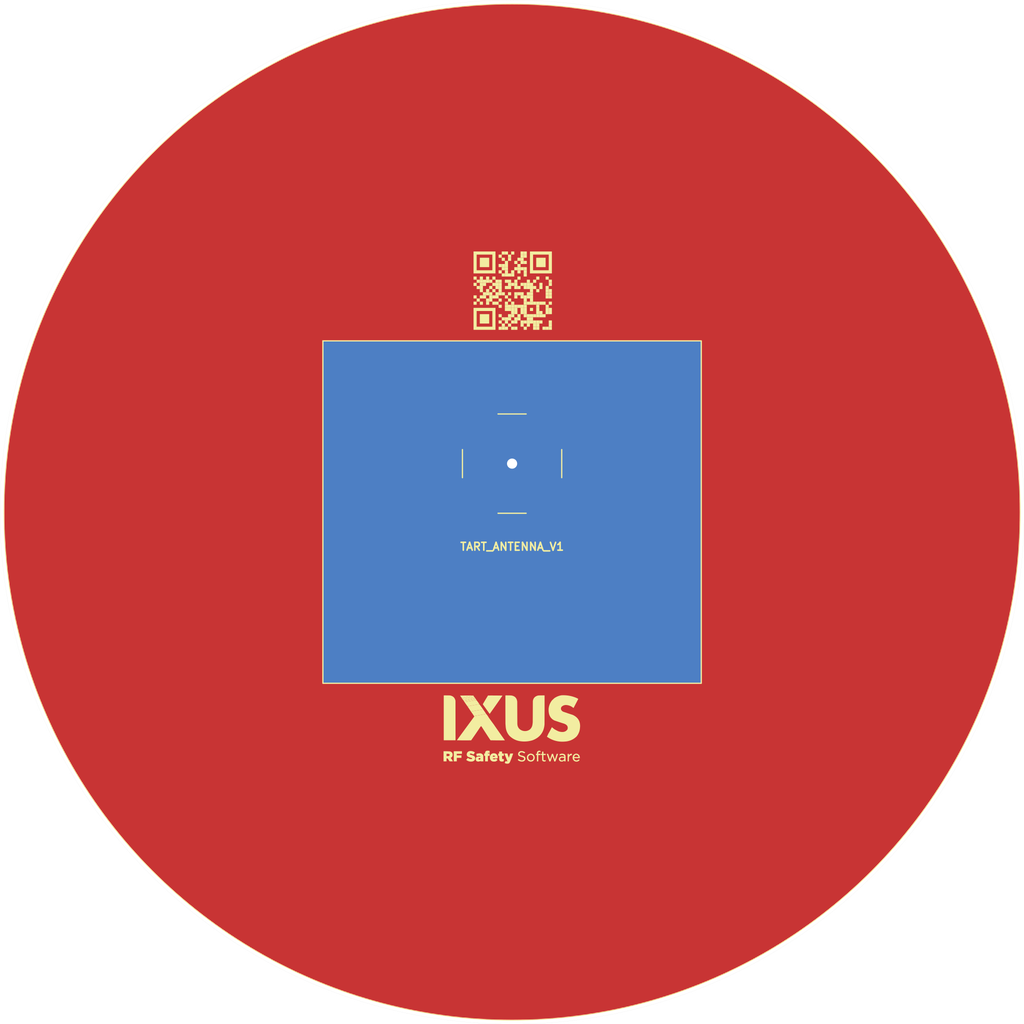
<source format=kicad_pcb>
(kicad_pcb (version 20240108) (generator "pcbnew") (generator_version "8.0")
  (title_block (title "TART_Passive_Patch_Antenna_V1") (date "2024-08-02") (company "Rikus Human"))
  (layers (0 "F.Cu" signal) (31 "B.Cu" signal) (34 "B.Paste" user) (35 "F.Paste" user) (36 "B.SilkS" user "B.Silkscreen") (37 "F.SilkS" user "F.Silkscreen") (38 "B.Mask" user) (39 "F.Mask" user) (44 "Edge.Cuts" user))
  (net 0 "")
  (net 1 "GND")
  (net 2 "/patch_element")
  (footprint "1_my_custom_lib:HJ Tech HJ-9ABL2-026" (layer "F.Cu") (at 100 93.8)
    (property "Reference" "J1" (hide yes))
    (property "Value" "Conn_Coaxial_Small")
    (pad "1" thru_hole circle (at 0 0) (size 2 2) (drill 1.3) (layers "*.Cu" "*.Mask") (net 2 "/patch_element"))
    (pad "2" smd circle (at -4.4 -4.4) (size 2.6 2.6) (layers "F.Cu" "F.Paste" "F.Mask") (net 1 "GND") (thermal_bridge_width 0.19))
    (pad "2" smd circle (at -4.4 4.4) (size 2.6 2.6) (layers "F.Cu" "F.Paste" "F.Mask") (net 1 "GND") (thermal_bridge_width 0.19))
    (pad "2" smd circle (at 4.4 -4.4) (size 2.6 2.6) (layers "F.Cu" "F.Paste" "F.Mask") (net 1 "GND") (thermal_bridge_width 0.19))
    (pad "2" smd circle (at 4.4 4.4) (size 2.6 2.6) (layers "F.Cu" "F.Paste" "F.Mask") (net 1 "GND") (thermal_bridge_width 0.19))
    (zone (net 0) (net_name "") (layer "F.Cu") (connect_pads (clearance 0)) (min_thickness 0.25)
      (keepout (tracks allowed) (vias allowed) (pads allowed) (copperpour not_allowed) (footprints allowed))
      (fill (thermal_gap 0.5) (thermal_bridge_width 0.5))
      (polygon (pts (xy 101.910497 93.8) (xy 101.891051 93.528108) (xy 101.833108 93.261751) (xy 101.737849 93.006351) (xy 101.607212 92.767107) (xy 101.443857 92.548891) (xy 101.251109 92.356143) (xy 101.032893 92.192788) (xy 100.793649 92.062151) (xy 100.538249 91.966892) (xy 100.271892 91.908949) (xy 100 91.889503) (xy 99.728108 91.908949) (xy 99.461751 91.966892) (xy 99.206351 92.062151) (xy 98.967107 92.192788) (xy 98.748891 92.356143) (xy 98.556143 92.548891) (xy 98.392788 92.767107) (xy 98.262151 93.006351) (xy 98.166892 93.261751) (xy 98.108949 93.528108) (xy 98.089503 93.8) (xy 98.108949 94.071892) (xy 98.166892 94.338249) (xy 98.262151 94.593649) (xy 98.392788 94.832893) (xy 98.556143 95.051109) (xy 98.748891 95.243857) (xy 98.967107 95.407212) (xy 99.206351 95.537849) (xy 99.461751 95.633108) (xy 99.728108 95.691051) (xy 100 95.710497) (xy 100.271892 95.691051) (xy 100.538249 95.633108) (xy 100.793649 95.537849) (xy 101.032893 95.407212) (xy 101.251109 95.243857) (xy 101.443857 95.051109) (xy 101.607212 94.832893) (xy 101.737849 94.593649) (xy 101.833108 94.338249) (xy 101.891051 94.071892)))
    )
  )
  (gr_poly (pts (xy 101.884141 74.679722) (xy 101.483258 74.679722) (xy 101.483258 74.278838) (xy 101.884141 74.278838)) (stroke (width -0.000001)) (fill solid) (layer "F.SilkS"))
  (gr_poly (pts (xy 104.690328 72.274419) (xy 104.289444 72.274419) (xy 104.289444 71.873535) (xy 104.690328 71.873535)) (stroke (width -0.000001)) (fill solid) (layer "F.SilkS"))
  (gr_poly (pts (xy 100.280606 67.062929) (xy 99.879722 67.062929) (xy 99.879722 66.662045) (xy 100.280606 66.662045)) (stroke (width -0.000001)) (fill solid) (layer "F.SilkS"))
  (gr_circle (center 100 100) (end 165 100) (stroke (width 0.1)) (fill none) (layer "F.SilkS"))
  (gr_poly (pts (xy 103.487676 70.27) (xy 103.086793 70.27) (xy 103.086793 69.869116) (xy 103.487676 69.869116)) (stroke (width -0.000001)) (fill solid) (layer "F.SilkS"))
  (gr_poly (pts (xy 94.997609 123.459531) (xy 95.001838 123.459878) (xy 95.006029 123.460417) (xy 95.010182 123.461148) (xy 95.014297 123.462071) (xy 95.018375 123.463185) (xy 95.022415 123.464491) (xy 95.026418 123.465989) (xy 95.030382 123.467679) (xy 95.034309 123.469561) (xy 95.038198 123.471634) (xy 95.042049 123.4739) (xy 95.055568 123.491081) (xy 95.068531 123.508551) (xy 95.080939 123.526308) (xy 95.092792 123.544354) (xy 95.104089 123.562688) (xy 95.114832 123.581311) (xy 95.12502 123.600222) (xy 95.134654 123.619421) (xy 95.132715 123.620156) (xy 95.130815 123.620958) (xy 95.128953 123.621828) (xy 95.127128 123.622765) (xy 95.125341 123.62377) (xy 95.123593 123.624842) (xy 95.121882 123.625981) (xy 95.120209 123.627187) (xy 95.118574 123.628461) (xy 95.116977 123.629803) (xy 95.115418 123.631211) (xy 95.113898 123.632687) (xy 95.112415 123.63423) (xy 95.11097 123.635841) (xy 95.109564 123.637519) (xy 95.108195 123.639264) (xy 94.367664 123.771504) (xy 93.626529 123.897233) (xy 93.61387 123.879778) (xy 93.60152 123.862112) (xy 93.589481 123.844237) (xy 93.577751 123.826152) (xy 93.566331 123.807857) (xy 93.55522 123.789352) (xy 93.544418 123.770637) (xy 93.533925 123.751712) (xy 94.235568 123.621454) (xy 94.949445 123.493743) (xy 94.922987 123.480514) (xy 94.926817 123.479948) (xy 94.930577 123.479293) (xy 94.934267 123.478547) (xy 94.937887 123.477711) (xy 94.941438 123.476786) (xy 94.944919 123.47577) (xy 94.948331 123.474665) (xy 94.951673 123.47347) (xy 94.954945 123.472185) (xy 94.958148 123.470809) (xy 94.961281 123.469344) (xy 94.964344 123.46779) (xy 94.967338 123.466145) (xy 94.970263 123.46441) (xy 94.973118 123.462585) (xy 94.975903 123.460671) (xy 94.98032 123.460059) (xy 94.984698 123.459639) (xy 94.98904 123.459411) (xy 94.993343 123.459375)) (stroke (width -0.000001)) (fill solid) (layer "F.SilkS"))
  (gr_poly (pts (xy 103.086793 76.684141) (xy 102.685909 76.684141) (xy 102.685909 76.283257) (xy 103.086793 76.283257)) (stroke (width -0.000001)) (fill solid) (layer "F.SilkS"))
  (gr_poly (pts (xy 98.677071 70.670883) (xy 98.276187 70.670883) (xy 98.276187 70.27) (xy 98.677071 70.27)) (stroke (width -0.000001)) (fill solid) (layer "F.SilkS"))
  (gr_poly (pts (xy 99.879722 75.080605) (xy 99.478838 75.080605) (xy 99.478838 74.679722) (xy 99.879722 74.679722)) (stroke (width -0.000001)) (fill solid) (layer "F.SilkS"))
  (gr_poly (pts (xy 98.719758 130.882232) (xy 98.944653 130.882232) (xy 98.944653 131.186503) (xy 98.719758 131.186503) (xy 98.718257 131.23316) (xy 98.717895 131.279714) (xy 98.718669 131.326168) (xy 98.720581 131.37252) (xy 98.72363 131.418771) (xy 98.727817 131.464922) (xy 98.73314 131.510971) (xy 98.739602 131.55692) (xy 98.74118 131.559475) (xy 98.742804 131.561945) (xy 98.744473 131.56433) (xy 98.746186 131.56663) (xy 98.747944 131.568846) (xy 98.749747 131.570976) (xy 98.751595 131.573022) (xy 98.753487 131.574983) (xy 98.755425 131.576859) (xy 98.757407 131.578651) (xy 98.759434 131.580357) (xy 98.761506 131.581979) (xy 98.763623 131.583516) (xy 98.765784 131.584968) (xy 98.767991 131.586336) (xy 98.770242 131.587618) (xy 98.772538 131.588816) (xy 98.774879 131.589929) (xy 98.777265 131.590958) (xy 98.779695 131.591901) (xy 98.782171 131.59276) (xy 98.784691 131.593533) (xy 98.787256 131.594223) (xy 98.789866 131.594827) (xy 98.792521 131.595346) (xy 98.795221 131.595781) (xy 98.797965 131.596131) (xy 98.800755 131.596396) (xy 98.803589 131.596576) (xy 98.806468 131.596671) (xy 98.809393 131.596682) (xy 98.812362 131.596608) (xy 98.820266 131.595523) (xy 98.828108 131.594251) (xy 98.835889 131.592794) (xy 98.843608 131.591151) (xy 98.851265 131.589321) (xy 98.858861 131.587306) (xy 98.866395 131.585104) (xy 98.873867 131.582717) (xy 98.881278 131.580143) (xy 98.888627 131.577384) (xy 98.895914 131.574438) (xy 98.903139 131.571307) (xy 98.910303 131.567989) (xy 98.917405 131.564486) (xy 98.924446 131.560796) (xy 98.931424 131.55692) (xy 98.934524 131.575938) (xy 98.937211 131.594955) (xy 98.939484 131.613972) (xy 98.941344 131.632989) (xy 98.94279 131.652006) (xy 98.943824 131.671022) (xy 98.944444 131.690039) (xy 98.94465 131.709056) (xy 98.944444 131.728072) (xy 98.943824 131.747089) (xy 98.94279 131.766105) (xy 98.941344 131.785122) (xy 98.939484 131.804139) (xy 98.937211 131.823156) (xy 98.934524 131.842174) (xy 98.931424 131.861191) (xy 98.903425 131.873033) (xy 98.87541 131.88335) (xy 98.847381 131.892145) (xy 98.819337 131.899415) (xy 98.791277 131.905162) (xy 98.763203 131.909385) (xy 98.735114 131.912084) (xy 98.70701 131.913259) (xy 98.67889 131.912911) (xy 98.650756 131.911039) (xy 98.622607 131.907643) (xy 98.594442 131.902723) (xy 98.566263 131.896279) (xy 98.538068 131.888312) (xy 98.509858 131.878821) (xy 98.481633 131.867805) (xy 98.466631 131.855217) (xy 98.452582 131.842157) (xy 98.439486 131.828627) (xy 98.427343 131.814624) (xy 98.416153 131.800151) (xy 98.405915 131.785206) (xy 98.396631 131.76979) (xy 98.388299 131.753903) (xy 98.380921 131.737544) (xy 98.374495 131.720714) (xy 98.369022 131.703413) (xy 98.364503 131.68564) (xy 98.360936 131.667396) (xy 98.358323 131.648681) (xy 98.356662 131.629495) (xy 98.355955 131.609837) (xy 98.35182 131.504045) (xy 98.349339 131.398225) (xy 98.348512 131.292377) (xy 98.34934 131.186503) (xy 98.230278 131.186503) (xy 98.230278 130.882232) (xy 98.34934 130.882232) (xy 98.34934 130.630878) (xy 98.719758 130.630878)) (stroke (width -0.000001)) (fill solid) (layer "F.SilkS"))
  (gr_poly (pts (xy 104.690328 74.679722) (xy 104.289444 74.679722) (xy 104.289444 74.278838) (xy 104.690328 74.278838)) (stroke (width -0.000001)) (fill solid) (layer "F.SilkS"))
  (gr_poly (pts (xy 97.71177 130.8527) (xy 97.738095 130.855161) (xy 97.763665 130.858648) (xy 97.78848 130.863161) (xy 97.81254 130.868699) (xy 97.835845 130.875263) (xy 97.858394 130.882852) (xy 97.880189 130.891466) (xy 97.901229 130.901106) (xy 97.921514 130.911772) (xy 97.941043 130.923463) (xy 97.959818 130.936179) (xy 97.977837 130.949921) (xy 97.995102 130.964689) (xy 98.011611 130.980482) (xy 98.027365 130.9973) (xy 98.042365 131.015144) (xy 98.056609 131.034014) (xy 98.070098 131.053908) (xy 98.082831 131.074829) (xy 98.09481 131.096774) (xy 98.106034 131.119746) (xy 98.116502 131.143742) (xy 98.126216 131.168764) (xy 98.143377 131.221885) (xy 98.157518 131.279107) (xy 98.159787 131.307178) (xy 98.161645 131.33526) (xy 98.163091 131.363355) (xy 98.164124 131.391461) (xy 98.164745 131.419579) (xy 98.164954 131.447709) (xy 98.16475 131.475851) (xy 98.164132 131.504004) (xy 98.005278 131.502353) (xy 97.846494 131.50401) (xy 97.687778 131.50897) (xy 97.529133 131.517232) (xy 97.53241 131.524893) (xy 97.535849 131.532273) (xy 97.53945 131.539371) (xy 97.543213 131.546189) (xy 97.547138 131.552726) (xy 97.551225 131.558982) (xy 97.555474 131.564958) (xy 97.559885 131.570652) (xy 97.564458 131.576066) (xy 97.569193 131.581198) (xy 97.57409 131.58605) (xy 97.579149 131.590621) (xy 97.58437 131.594911) (xy 97.589753 131.59892) (xy 97.595298 131.602649) (xy 97.601005 131.606096) (xy 97.606874 131.609263) (xy 97.612904 131.612149) (xy 97.619097 131.614754) (xy 97.625452 131.617078) (xy 97.631969 131.619121) (xy 97.638647 131.620884) (xy 97.645488 131.622365) (xy 97.65249 131.623566) (xy 97.659655 131.624487) (xy 97.666981 131.625126) (xy 97.67447 131.625484) (xy 97.68212 131.625562) (xy 97.689932 131.625359) (xy 97.697906 131.624876) (xy 97.706043 131.624111) (xy 97.714341 131.623066) (xy 97.806945 131.616451) (xy 97.815207 131.612216) (xy 97.82336 131.607828) (xy 97.831404 131.60329) (xy 97.839338 131.598599) (xy 97.847162 131.593757) (xy 97.854877 131.588762) (xy 97.862483 131.583616) (xy 97.869979 131.578318) (xy 97.877366 131.572868) (xy 97.884643 131.567267) (xy 97.891811 131.561513) (xy 97.898869 131.555607) (xy 97.905818 131.549549) (xy 97.912657 131.543339) (xy 97.919387 131.536976) (xy 97.926008 131.530462) (xy 97.951156 131.547069) (xy 97.975969 131.564129) (xy 98.000448 131.581641) (xy 98.024593 131.599606) (xy 98.048403 131.618022) (xy 98.071879 131.636891) (xy 98.095022 131.656211) (xy 98.11783 131.675982) (xy 98.119381 131.679289) (xy 98.120726 131.682596) (xy 98.121863 131.685903) (xy 98.122794 131.68921) (xy 98.123518 131.692518) (xy 98.124035 131.695825) (xy 98.124345 131.699133) (xy 98.124448 131.702441) (xy 98.124345 131.705748) (xy 98.124035 131.709056) (xy 98.123518 131.712364) (xy 98.122794 131.715671) (xy 98.121863 131.718978) (xy 98.120726 131.722286) (xy 98.119381 131.725593) (xy 98.11783 131.728899) (xy 98.097206 131.753026) (xy 98.075804 131.775479) (xy 98.053624 131.796259) (xy 98.030666 131.815366) (xy 98.006931 131.832799) (xy 97.982418 131.848558) (xy 97.957127 131.862645) (xy 97.931058 131.875057) (xy 97.904211 131.885796) (xy 97.876586 131.894861) (xy 97.848183 131.902253) (xy 97.819002 131.907971) (xy 97.789043 131.912016) (xy 97.758306 131.914387) (xy 97.726791 131.915084) (xy 97.694497 131.914107) (xy 97.642754 131.914024) (xy 97.593501 131.910645) (xy 97.546736 131.90397) (xy 97.524288 131.899396) (xy 97.502461 131.893998) (xy 97.481258 131.887776) (xy 97.460676 131.88073) (xy 97.440717 131.87286) (xy 97.42138 131.864166) (xy 97.402665 131.854648) (xy 97.384573 131.844306) (xy 97.367103 131.833139) (xy 97.350256 131.821149) (xy 97.334031 131.808335) (xy 97.318428 131.794696) (xy 97.303447 131.780234) (xy 97.289089 131.764947) (xy 97.275353 131.748837) (xy 97.26224 131.731902) (xy 97.249748 131.714143) (xy 97.237879 131.695561) (xy 97.226633 131.676154) (xy 97.216008 131.655923) (xy 97.196627 131.612989) (xy 97.179734 131.566759) (xy 97.165331 131.517232) (xy 97.158791 131.476294) (xy 97.154612 131.436129) (xy 97.152794 131.396737) (xy 97.153335 131.358118) (xy 97.156236 131.320272) (xy 97.160201 131.292337) (xy 97.515903 131.292337) (xy 97.553969 131.292955) (xy 97.592026 131.29316) (xy 97.630074 131.292953) (xy 97.668113 131.292334) (xy 97.706143 131.291301) (xy 97.744163 131.289855) (xy 97.782173 131.287996) (xy 97.820174 131.285722) (xy 97.814125 131.267825) (xy 97.807229 131.251156) (xy 97.799485 131.235716) (xy 97.795296 131.228457) (xy 97.790895 131.221505) (xy 97.786282 131.214861) (xy 97.781457 131.208523) (xy 97.776421 131.202493) (xy 97.771173 131.196769) (xy 97.765713 131.191353) (xy 97.760041 131.186245) (xy 97.754157 131.181443) (xy 97.748062 131.176949) (xy 97.741755 131.172761) (xy 97.735236 131.168881) (xy 97.728506 131.165308) (xy 97.721563 131.162043) (xy 97.714409 131.159084) (xy 97.707043 131.156433) (xy 97.699465 131.154089) (xy 97.691676 131.152052) (xy 97.683675 131.150322) (xy 97.675462 131.1489) (xy 97.6584 131.146976) (xy 97.640492 131.146282) (xy 97.621737 131.146816) (xy 97.611524 131.153307) (xy 97.601791 131.160145) (xy 97.592537 131.167331) (xy 97.583763 131.174863) (xy 97.575469 131.182742) (xy 97.567655 131.190969) (xy 97.560321 131.199543) (xy 97.553466 131.208464) (xy 97.547091 131.217732) (xy 97.541196 131.227348) (xy 97.535781 131.237311) (xy 97.530845 131.247621) (xy 97.52639 131.258279) (xy 97.522414 131.269284) (xy 97.518919 131.280637) (xy 97.515903 131.292337) (xy 97.160201 131.292337) (xy 97.161498 131.283199) (xy 97.16912 131.246899) (xy 97.179102 131.211373) (xy 97.191444 131.176619) (xy 97.206147 131.142639) (xy 97.223209 131.109431) (xy 97.242632 131.076997) (xy 97.264415 131.045336) (xy 97.288558 131.014449) (xy 97.315061 130.984334) (xy 97.343924 130.954993) (xy 97.357086 130.946125) (xy 97.370366 130.937612) (xy 97.383766 130.929455) (xy 97.397285 130.921653) (xy 97.410923 130.914207) (xy 97.42468 130.907117) (xy 97.438557 130.900383) (xy 97.452552 130.894004) (xy 97.466668 130.88798) (xy 97.480902 130.882312) (xy 97.495256 130.877) (xy 97.50973 130.872044) (xy 97.524323 130.867443) (xy 97.539036 130.863198) (xy 97.553868 130.859308) (xy 97.56882 130.855774) (xy 97.628265 130.851468) (xy 97.68469 130.851264)) (stroke (width -0.000001)) (fill solid) (layer "F.SilkS"))
  (gr_poly (pts (xy 105.091212 72.675302) (xy 104.690328 72.675302) (xy 104.690328 72.274419) (xy 105.091212 72.274419)) (stroke (width -0.000001)) (fill solid) (layer "F.SilkS"))
  (gr_poly (pts (xy 103.487676 71.873535) (xy 103.086793 71.873535) (xy 103.086793 71.472651) (xy 103.487676 71.472651)) (stroke (width -0.000001)) (fill solid) (layer "F.SilkS"))
  (gr_poly (pts (xy 102.685909 72.675302) (xy 102.285025 72.675302) (xy 102.285025 72.274419) (xy 102.685909 72.274419)) (stroke (width -0.000001)) (fill solid) (layer "F.SilkS"))
  (gr_poly (pts (xy 104.011423 130.921921) (xy 104.302466 130.921921) (xy 104.302466 131.08067) (xy 104.011423 131.08067) (xy 104.010595 131.229528) (xy 104.011422 131.378366) (xy 104.013903 131.527184) (xy 104.018038 131.675982) (xy 104.02398 131.685397) (xy 104.027088 131.689881) (xy 104.030288 131.694217) (xy 104.033579 131.698404) (xy 104.036961 131.702444) (xy 104.040434 131.706334) (xy 104.043999 131.710076) (xy 104.047655 131.71367) (xy 104.051402 131.717115) (xy 104.055241 131.720412) (xy 104.059171 131.723561) (xy 104.063192 131.726561) (xy 104.067305 131.729412) (xy 104.071509 131.732116) (xy 104.075804 131.73467) (xy 104.080191 131.737076) (xy 104.084668 131.739334) (xy 104.089237 131.741444) (xy 104.093898 131.743405) (xy 104.09865 131.745217) (xy 104.103493 131.746881) (xy 104.108427 131.748397) (xy 104.113453 131.749764) (xy 104.11857 131.750983) (xy 104.123778 131.752053) (xy 104.129077 131.752975) (xy 104.134468 131.753748) (xy 104.13995 131.754373) (xy 104.145524 131.75485) (xy 104.156945 131.755358) (xy 104.175493 131.751239) (xy 104.193932 131.746879) (xy 104.212267 131.742279) (xy 104.230499 131.737438) (xy 104.248631 131.732357) (xy 104.266668 131.727035) (xy 104.284612 131.721473) (xy 104.302466 131.71567) (xy 104.30365 131.735752) (xy 104.304027 131.755767) (xy 104.303594 131.775713) (xy 104.30235 131.795591) (xy 104.300294 131.8154) (xy 104.297424 131.835142) (xy 104.293739 131.854815) (xy 104.289237 131.87442) (xy 104.261848 131.885708) (xy 104.234749 131.89505) (xy 104.207939 131.902446) (xy 104.181418 131.907896) (xy 104.155187 131.9114) (xy 104.129245 131.912958) (xy 104.103592 131.91257) (xy 104.078229 131.910236) (xy 104.053156 131.905956) (xy 104.028371 131.89973) (xy 104.003877 131.891557) (xy 103.979672 131.881439) (xy 103.955756 131.869374) (xy 103.93213 131.855363) (xy 103.908794 131.839406) (xy 103.885747 131.821503) (xy 103.846059 131.742129) (xy 103.841924 131.576791) (xy 103.839443 131.411434) (xy 103.838616 131.24606) (xy 103.839444 131.08067) (xy 103.707153 131.08067) (xy 103.707153 130.921921) (xy 103.839444 130.921921) (xy 103.839444 130.644108) (xy 104.011423 130.644108)) (stroke (width -0.000001)) (fill solid) (layer "F.SilkS"))
  (gr_poly (pts (xy 102.285025 75.882373) (xy 101.884141 75.882373) (xy 101.884141 75.48149) (xy 102.285025 75.48149)) (stroke (width -0.000001)) (fill solid) (layer "F.SilkS"))
  (gr_poly (pts (xy 99.879722 73.877954) (xy 99.478838 73.877954) (xy 99.478838 73.47707) (xy 99.879722 73.47707)) (stroke (width -0.000001)) (fill solid) (layer "F.SilkS"))
  (gr_poly (pts (xy 99.879722 75.48149) (xy 99.478838 75.48149) (xy 99.478838 75.080605) (xy 99.879722 75.080605)) (stroke (width -0.000001)) (fill solid) (layer "F.SilkS"))
  (gr_poly (pts (xy 95.870884 71.472651) (xy 95.47 71.472651) (xy 95.47 71.071767) (xy 95.870884 71.071767)) (stroke (width -0.000001)) (fill solid) (layer "F.SilkS"))
  (gr_poly (pts (xy 100.280606 75.882373) (xy 99.879722 75.882373) (xy 99.879722 75.48149) (xy 100.280606 75.48149)) (stroke (width -0.000001)) (fill solid) (layer "F.SilkS"))
  (gr_poly (pts (xy 100.280606 73.877954) (xy 99.879722 73.877954) (xy 99.879722 73.47707) (xy 100.280606 73.47707)) (stroke (width -0.000001)) (fill solid) (layer "F.SilkS"))
  (gr_poly (pts (xy 101.884141 68.265581) (xy 101.483258 68.265581) (xy 101.483258 67.864697) (xy 101.884141 67.864697)) (stroke (width -0.000001)) (fill solid) (layer "F.SilkS"))
  (gr_poly (pts (xy 103.888561 71.071767) (xy 103.487676 71.071767) (xy 103.487676 70.670883) (xy 103.888561 70.670883)) (stroke (width -0.000001)) (fill solid) (layer "F.SilkS"))
  (gr_poly (pts (xy 98.677071 73.076187) (xy 98.276187 73.076187) (xy 98.276187 72.675302) (xy 98.677071 72.675302)) (stroke (width -0.000001)) (fill solid) (layer "F.SilkS"))
  (gr_poly (pts (xy 101.082373 72.274419) (xy 100.68149 72.274419) (xy 100.68149 71.873535) (xy 101.082373 71.873535)) (stroke (width -0.000001)) (fill solid) (layer "F.SilkS"))
  (gr_poly (pts (xy 104.690328 71.472651) (xy 104.289444 71.472651) (xy 104.289444 71.071767) (xy 104.690328 71.071767)) (stroke (width -0.000001)) (fill solid) (layer "F.SilkS"))
  (gr_poly (pts (xy 95.358919 123.91453) (xy 95.371226 123.932083) (xy 95.383241 123.94989) (xy 95.394964 123.967953) (xy 95.406394 123.986271) (xy 95.417531 124.004843) (xy 95.428374 124.023671) (xy 95.438924 124.042754) (xy 95.071014 124.113195) (xy 94.702534 124.18077) (xy 94.333487 124.245484) (xy 93.963872 124.307337) (xy 93.960291 124.305779) (xy 93.956691 124.304318) (xy 93.953073 124.302955) (xy 93.949436 124.301689) (xy 93.94578 124.300521) (xy 93.942106 124.29945) (xy 93.938413 124.298478) (xy 93.934702 124.297602) (xy 93.930972 124.296824) (xy 93.927223 124.296144) (xy 93.923456 124.295561) (xy 93.91967 124.295076) (xy 93.915866 124.294688) (xy 93.912043 124.294397) (xy 93.908201 124.294204) (xy 93.904341 124.294108) (xy 93.896695 124.283394) (xy 93.889344 124.272433) (xy 93.882288 124.261227) (xy 93.875526 124.249775) (xy 93.869059 124.238077) (xy 93.862887 124.226133) (xy 93.857009 124.213942) (xy 93.851424 124.201504) (xy 93.851806 124.200097) (xy 93.85223 124.198728) (xy 93.852696 124.197397) (xy 93.853204 124.196103) (xy 93.853754 124.194846) (xy 93.854346 124.193626) (xy 93.85498 124.192444) (xy 93.855656 124.191299) (xy 93.856374 124.190192) (xy 93.857135 124.189122) (xy 93.857937 124.188089) (xy 93.858781 124.187094) (xy 93.859667 124.186136) (xy 93.860595 124.185216) (xy 93.861566 124.184333) (xy 93.862578 124.183487) (xy 93.863633 124.182679) (xy 93.864729 124.181908) (xy 93.865868 124.181175) (xy 93.867048 124.180479) (xy 93.868271 124.17982) (xy 93.869536 124.179199) (xy 93.870843 124.178615) (xy 93.872191 124.178069) (xy 93.873582 124.17756) (xy 93.875015 124.177089) (xy 93.878008 124.176258) (xy 93.881168 124.175577) (xy 93.884497 124.175046) (xy 94.251193 124.109804) (xy 94.617061 124.041756) (xy 94.982103 123.970899) (xy 95.34632 123.897233)) (stroke (width -0.000001)) (fill solid) (layer "F.SilkS"))
  (gr_poly (pts (xy 98.677071 75.882373) (xy 98.276187 75.882373) (xy 98.276187 75.48149) (xy 98.677071 75.48149)) (stroke (width -0.000001)) (fill solid) (layer "F.SilkS"))
  (gr_poly (pts (xy 105.091212 75.882373) (xy 104.690328 75.882373) (xy 104.690328 75.48149) (xy 105.091212 75.48149)) (stroke (width -0.000001)) (fill solid) (layer "F.SilkS"))
  (gr_poly (pts (xy 100.68149 68.265581) (xy 100.280606 68.265581) (xy 100.280606 67.864697) (xy 100.68149 67.864697)) (stroke (width -0.000001)) (fill solid) (layer "F.SilkS"))
  (gr_poly (pts (xy 99.478838 70.670883) (xy 99.077954 70.670883) (xy 99.077954 70.27) (xy 99.478838 70.27)) (stroke (width -0.000001)) (fill solid) (layer "F.SilkS"))
  (gr_poly (pts (xy 96.271768 70.27) (xy 95.870884 70.27) (xy 95.870884 69.869116) (xy 96.271768 69.869116)) (stroke (width -0.000001)) (fill solid) (layer "F.SilkS"))
  (gr_poly (pts (xy 102.685909 73.47707) (xy 102.285025 73.47707) (xy 102.285025 73.076187) (xy 102.685909 73.076187)) (stroke (width -0.000001)) (fill solid) (layer "F.SilkS"))
  (gr_poly (pts (xy 97.875303 71.071767) (xy 97.474419 71.071767) (xy 97.474419 70.670883) (xy 97.875303 70.670883)) (stroke (width -0.000001)) (fill solid) (layer "F.SilkS"))
  (gr_poly (pts (xy 102.285025 71.071767) (xy 101.884141 71.071767) (xy 101.884141 70.670883) (xy 102.285025 70.670883)) (stroke (width -0.000001)) (fill solid) (layer "F.SilkS"))
  (gr_poly (pts (xy 101.884141 73.877954) (xy 101.483258 73.877954) (xy 101.483258 73.47707) (xy 101.884141 73.47707)) (stroke (width -0.000001)) (fill solid) (layer "F.SilkS"))
  (gr_poly (pts (xy 102.685909 71.873535) (xy 102.285025 71.873535) (xy 102.285025 71.472651) (xy 102.685909 71.472651)) (stroke (width -0.000001)) (fill solid) (layer "F.SilkS"))
  (gr_poly (pts (xy 96.271768 71.873535) (xy 95.870884 71.873535) (xy 95.870884 71.472651) (xy 96.271768 71.472651)) (stroke (width -0.000001)) (fill solid) (layer "F.SilkS"))
  (gr_poly (pts (xy 102.685909 72.274419) (xy 102.285025 72.274419) (xy 102.285025 71.873535) (xy 102.685909 71.873535)) (stroke (width -0.000001)) (fill solid) (layer "F.SilkS"))
  (gr_poly (pts (xy 101.082373 67.864697) (xy 100.68149 67.864697) (xy 100.68149 67.463813) (xy 101.082373 67.463813)) (stroke (width -0.000001)) (fill solid) (layer "F.SilkS"))
  (gr_poly (pts (xy 100.280606 69.468232) (xy 99.879722 69.468232) (xy 99.879722 69.067348) (xy 100.280606 69.067348)) (stroke (width -0.000001)) (fill solid) (layer "F.SilkS"))
  (gr_poly (pts (xy 100.68149 75.48149) (xy 100.280606 75.48149) (xy 100.280606 75.080605) (xy 100.68149 75.080605)) (stroke (width -0.000001)) (fill solid) (layer "F.SilkS"))
  (gr_poly (pts (xy 103.487676 75.080605) (xy 103.086793 75.080605) (xy 103.086793 74.679722) (xy 103.487676 74.679722)) (stroke (width -0.000001)) (fill solid) (layer "F.SilkS"))
  (gr_poly (pts (xy 101.483258 67.864697) (xy 101.082373 67.864697) (xy 101.082373 67.463813) (xy 101.483258 67.463813)) (stroke (width -0.000001)) (fill solid) (layer "F.SilkS"))
  (gr_poly (pts (xy 101.483258 75.882373) (xy 101.082373 75.882373) (xy 101.082373 75.48149) (xy 101.483258 75.48149)) (stroke (width -0.000001)) (fill solid) (layer "F.SilkS"))
  (gr_poly (pts (xy 104.690328 73.877954) (xy 104.289444 73.877954) (xy 104.289444 73.47707) (xy 104.690328 73.47707)) (stroke (width -0.000001)) (fill solid) (layer "F.SilkS"))
  (gr_poly (pts (xy 99.879722 72.274419) (xy 99.478838 72.274419) (xy 99.478838 71.873535) (xy 99.879722 71.873535)) (stroke (width -0.000001)) (fill solid) (layer "F.SilkS"))
  (gr_poly (pts (xy 105.091212 69.468232) (xy 102.285025 69.468232) (xy 102.285025 69.067348) (xy 102.685909 69.067348) (xy 104.690328 69.067348) (xy 104.690328 67.062929) (xy 102.685909 67.062929) (xy 102.685909 69.067348) (xy 102.285025 69.067348) (xy 102.285025 66.662045) (xy 105.091212 66.662045)) (stroke (width -0.000001)) (fill solid) (layer "F.SilkS"))
  (gr_poly (pts (xy 103.487676 75.882373) (xy 103.086793 75.882373) (xy 103.086793 75.48149) (xy 103.487676 75.48149)) (stroke (width -0.000001)) (fill solid) (layer "F.SilkS"))
  (gr_poly (pts (xy 101.483258 71.071767) (xy 101.082373 71.071767) (xy 101.082373 70.670883) (xy 101.483258 70.670883)) (stroke (width -0.000001)) (fill solid) (layer "F.SilkS"))
  (gr_poly (pts (xy 103.888561 75.882373) (xy 103.487676 75.882373) (xy 103.487676 75.48149) (xy 103.888561 75.48149)) (stroke (width -0.000001)) (fill solid) (layer "F.SilkS"))
  (gr_poly (pts (xy 97.073535 73.076187) (xy 96.672652 73.076187) (xy 96.672652 72.675302) (xy 97.073535 72.675302)) (stroke (width -0.000001)) (fill solid) (layer "F.SilkS"))
  (gr_poly (pts (xy 101.884141 71.071767) (xy 101.483258 71.071767) (xy 101.483258 70.670883) (xy 101.884141 70.670883)) (stroke (width -0.000001)) (fill solid) (layer "F.SilkS"))
  (gr_poly (pts (xy 101.22061 130.569831) (xy 101.253072 130.571229) (xy 101.285237 130.573999) (xy 101.317104 130.578142) (xy 101.348672 130.583657) (xy 101.379943 130.590544) (xy 101.410915 130.598804) (xy 101.441589 130.608436) (xy 101.471965 130.61944) (xy 101.502043 130.631817) (xy 101.531822 130.645565) (xy 101.561303 130.660687) (xy 101.590487 130.67718) (xy 101.596554 130.680509) (xy 101.602475 130.683999) (xy 101.608247 130.687653) (xy 101.613872 130.691468) (xy 101.61935 130.695447) (xy 101.62468 130.699588) (xy 101.629862 130.703891) (xy 101.634897 130.708357) (xy 101.639784 130.712986) (xy 101.644524 130.717777) (xy 101.649116 130.722731) (xy 101.65356 130.727847) (xy 101.657857 130.733127) (xy 101.662006 130.738569) (xy 101.666007 130.744173) (xy 101.669861 130.749941) (xy 101.665504 130.758949) (xy 101.660845 130.767638) (xy 101.655886 130.776008) (xy 101.650626 130.784059) (xy 101.645064 130.791791) (xy 101.639202 130.799204) (xy 101.633038 130.806297) (xy 101.626574 130.813072) (xy 101.619809 130.819527) (xy 101.612743 130.825663) (xy 101.605375 130.83148) (xy 101.597708 130.836977) (xy 101.589739 130.842156) (xy 101.581469 130.847014) (xy 101.572899 130.851554) (xy 101.564028 130.855774) (xy 101.538248 130.842269) (xy 101.512275 130.829079) (xy 101.486109 130.816204) (xy 101.459748 130.803645) (xy 101.433193 130.7914) (xy 101.406444 130.77947) (xy 101.3795 130.767855) (xy 101.352362 130.756556) (xy 101.323899 130.747769) (xy 101.29598 130.740981) (xy 101.268604 130.736192) (xy 101.24177 130.7334) (xy 101.215479 130.732607) (xy 101.189731 130.733813) (xy 101.164526 130.737016) (xy 101.139863 130.742218) (xy 101.115744 130.749419) (xy 101.092167 130.758617) (xy 101.069133 130.769814) (xy 101.046641 130.78301) (xy 101.024692 130.798203) (xy 101.003286 130.815395) (xy 100.982422 130.834586) (xy 100.962101 130.855774) (xy 100.956825 130.872773) (xy 100.952859 130.889323) (xy 100.950202 130.905427) (xy 100.948856 130.921082) (xy 100.948819 130.936291) (xy 100.949291 130.943727) (xy 100.950091 130.951052) (xy 100.951219 130.958265) (xy 100.952674 130.965366) (xy 100.954456 130.972355) (xy 100.956566 130.979232) (xy 100.959004 130.985997) (xy 100.961769 130.992651) (xy 100.964861 130.999192) (xy 100.968281 131.005622) (xy 100.972028 131.01194) (xy 100.976103 131.018146) (xy 100.985234 131.030223) (xy 100.995676 131.041852) (xy 101.007428 131.053034) (xy 101.02049 131.063768) (xy 101.034861 131.074055) (xy 101.140695 131.126972) (xy 101.171341 131.132273) (xy 101.20176 131.138191) (xy 101.23195 131.144724) (xy 101.261913 131.151873) (xy 101.291649 131.159639) (xy 101.321156 131.168021) (xy 101.350436 131.177018) (xy 101.379488 131.186632) (xy 101.408313 131.196862) (xy 101.43691 131.207708) (xy 101.465279 131.21917) (xy 101.493422 131.231249) (xy 101.521336 131.243943) (xy 101.549023 131.257253) (xy 101.576483 131.27118) (xy 101.603716 131.285722) (xy 101.629609 131.320127) (xy 101.641178 131.337262) (xy 101.651829 131.354354) (xy 101.661562 131.371401) (xy 101.670376 131.388403) (xy 101.678273 131.405361) (xy 101.685251 131.422275) (xy 101.691311 131.439144) (xy 101.696453 131.455969) (xy 101.700676 131.472749) (xy 101.703982 131.489485) (xy 101.706369 131.506177) (xy 101.707838 131.522824) (xy 101.708389 131.539427) (xy 101.708021 131.555986) (xy 101.706735 131.5725) (xy 101.704531 131.58897) (xy 101.701409 131.605395) (xy 101.697369 131.621776) (xy 101.69241 131.638113) (xy 101.686533 131.654405) (xy 101.679738 131.670653) (xy 101.672024 131.686857) (xy 101.663392 131.703016) (xy 101.653842 131.719131) (xy 101.643374 131.735201) (xy 101.631987 131.751227) (xy 101.619682 131.767209) (xy 101.606459 131.783147) (xy 101.577257 131.814889) (xy 101.559199 131.827717) (xy 101.540848 131.839662) (xy 101.522203 131.850724) (xy 101.503265 131.860901) (xy 101.484034 131.870195) (xy 101.464509 131.878606) (xy 101.444692 131.886132) (xy 101.424581 131.892775) (xy 101.404177 131.898535) (xy 101.38348 131.90341) (xy 101.36249 131.907402) (xy 101.341207 131.910511) (xy 101.31963 131.912735) (xy 101.297761 131.914076) (xy 101.275598 131.914534) (xy 101.253143 131.914107) (xy 101.224112 131.913658) (xy 101.195368 131.912222) (xy 101.166913 131.909798) (xy 101.138746 131.906386) (xy 101.110866 131.901987) (xy 101.083275 131.896601) (xy 101.055972 131.890227) (xy 101.028956 131.882865) (xy 101.002229 131.874517) (xy 100.975789 131.865181) (xy 100.949637 131.854857) (xy 100.923773 131.843547) (xy 100.898197 131.831248) (xy 100.872908 131.817963) (xy 100.847908 131.80369) (xy 100.823195 131.788431) (xy 100.815775 131.783173) (xy 100.808573 131.777735) (xy 100.801588 131.772115) (xy 100.794821 131.766315) (xy 100.788272 131.760333) (xy 100.781939 131.754171) (xy 100.775825 131.747827) (xy 100.769928 131.741303) (xy 100.764248 131.734598) (xy 100.758787 131.727712) (xy 100.753543 131.720645) (xy 100.748516 131.713397) (xy 100.743708 131.705968) (xy 100.739118 131.698359) (xy 100.734745 131.690568) (xy 100.73059 131.682597) (xy 100.735199 131.675252) (xy 100.739964 131.668059) (xy 100.744887 131.661019) (xy 100.749967 131.654131) (xy 100.755205 131.647396) (xy 100.7606 131.640814) (xy 100.766152 131.634384) (xy 100.771862 131.628106) (xy 100.777729 131.621981) (xy 100.783753 131.616009) (xy 100.789934 131.610189) (xy 100.796272 131.604522) (xy 100.802767 131.599007) (xy 100.809419 131.593645) (xy 100.816228 131.588435) (xy 100.823195 131.583378) (xy 101.048091 131.709056) (xy 101.074182 131.720576) (xy 101.100212 131.730449) (xy 101.12618 131.738677) (xy 101.152087 131.745258) (xy 101.177933 131.750193) (xy 101.203717 131.753482) (xy 101.229441 131.755125) (xy 101.255102 131.755121) (xy 101.280703 131.753471) (xy 101.306243 131.750175) (xy 101.331721 131.745233) (xy 101.357138 131.738644) (xy 101.382494 131.73041) (xy 101.407789 131.720528) (xy 101.433023 131.709001) (xy 101.458195 131.695826) (xy 101.462795 131.691954) (xy 101.467277 131.687992) (xy 101.471642 131.683939) (xy 101.47589 131.679797) (xy 101.480021 131.675565) (xy 101.484035 131.671243) (xy 101.487931 131.666831) (xy 101.491711 131.662328) (xy 101.495373 131.657736) (xy 101.498918 131.653053) (xy 101.502345 131.648281) (xy 101.505656 131.643418) (xy 101.508849 131.638465) (xy 101.511925 131.633422) (xy 101.514884 131.628289) (xy 101.517726 131.623066) (xy 101.5218 131.606888) (xy 101.524835 131.591049) (xy 101.52683 131.575548) (xy 101.527787 131.560384) (xy 101.527704 131.545559) (xy 101.526581 131.531071) (xy 101.524419 131.516922) (xy 101.521218 131.50311) (xy 101.516978 131.489636) (xy 101.511699 131.476501) (xy 101.50538 131.463703) (xy 101.498021 131.451244) (xy 101.489624 131.439122) (xy 101.480187 131.427338) (xy 101.469711 131.415893) (xy 101.458195 131.404785) (xy 101.329984 131.35994) (xy 101.201258 131.31633) (xy 101.072016 131.273952) (xy 100.942257 131.232805) (xy 100.9314 131.227021) (xy 100.920896 131.221023) (xy 100.910746 131.214811) (xy 100.90095 131.208385) (xy 100.891508 131.201746) (xy 100.882419 131.194894) (xy 100.873684 131.187827) (xy 100.865303 131.180547) (xy 100.857276 131.173054) (xy 100.849602 131.165347) (xy 100.842283 131.157426) (xy 100.835317 131.149292) (xy 100.828704 131.140944) (xy 100.822446 131.132383) (xy 100.816541 131.123608) (xy 100.81099 131.11462) (xy 100.805792 131.105418) (xy 100.800949 131.096002) (xy 100.796459 131.086373) (xy 100.792323 131.07653) (xy 100.78854 131.066474) (xy 100.785111 131.056204) (xy 100.782036 131.045721) (xy 100.779315 131.035024) (xy 100.776948 131.024114) (xy 100.774934 131.01299) (xy 100.773274 131.001653) (xy 100.771967 130.990102) (xy 100.771015 130.978338) (xy 100.770416 130.96636) (xy 100.77017 130.954169) (xy 100.770279 130.941764) (xy 100.774865 130.905608) (xy 100.781486 130.871241) (xy 100.790141 130.838663) (xy 100.800831 130.807875) (xy 100.806938 130.793152) (xy 100.813554 130.778876) (xy 100.820679 130.765047) (xy 100.828312 130.751666) (xy 100.836454 130.738732) (xy 100.845105 130.726245) (xy 100.854264 130.714206) (xy 100.863931 130.702613) (xy 100.874107 130.691468) (xy 100.884792 130.680771) (xy 100.895985 130.67052) (xy 100.907687 130.660717) (xy 100.919898 130.651361) (xy 100.932617 130.642452) (xy 100.945844 130.633991) (xy 100.95958 130.625976) (xy 100.988578 130.611289) (xy 101.019611 130.598391) (xy 101.052677 130.587282) (xy 101.087778 130.577961) (xy 101.121433 130.57387) (xy 101.15479 130.571151) (xy 101.187849 130.569805)) (stroke (width -0.000001)) (fill solid) (layer "F.SilkS"))
  (gr_poly (pts (xy 95.47 73.47707) (xy 95.069116 73.47707) (xy 95.069116 73.076187) (xy 95.47 73.076187)) (stroke (width -0.000001)) (fill solid) (layer "F.SilkS"))
  (gr_poly (pts (xy 104.690328 70.27) (xy 104.289444 70.27) (xy 104.289444 69.869116) (xy 104.690328 69.869116)) (stroke (width -0.000001)) (fill solid) (layer "F.SilkS"))
  (gr_poly (pts (xy 96.730416 125.870687) (xy 96.776714 125.927143) (xy 96.82136 125.984828) (xy 96.864354 126.043745) (xy 96.905696 126.103891) (xy 96.945386 126.165268) (xy 96.983424 126.227875) (xy 97.01981 126.291712) (xy 97.170126 126.501388) (xy 97.321655 126.710187) (xy 97.474396 126.918107) (xy 97.628351 127.12515) (xy 97.981788 127.636823) (xy 98.337725 128.146931) (xy 98.696163 128.655471) (xy 99.057101 129.162441) (xy 99.05825 129.164801) (xy 99.059301 129.167176) (xy 99.060253 129.169568) (xy 99.061107 129.171976) (xy 99.061864 129.1744) (xy 99.062522 129.17684) (xy 99.063082 129.179296) (xy 99.063544 129.181769) (xy 99.063908 129.184257) (xy 99.064174 129.186762) (xy 99.064342 129.189283) (xy 99.064412 129.19182) (xy 99.064385 129.194373) (xy 99.064259 129.196942) (xy 99.064036 129.199527) (xy 99.063716 129.202128) (xy 98.607272 129.20378) (xy 98.150854 129.202127) (xy 97.69446 129.197167) (xy 97.238091 129.1889) (xy 96.96475 128.777779) (xy 96.693942 128.365133) (xy 96.425664 127.950958) (xy 96.159914 127.535254) (xy 96.146551 127.513431) (xy 96.132517 127.492173) (xy 96.117813 127.471481) (xy 96.102438 127.451354) (xy 96.086393 127.431793) (xy 96.069678 127.412798) (xy 96.052292 127.394368) (xy 96.034237 127.376504) (xy 96.024107 127.388529) (xy 96.013801 127.400426) (xy 96.003317 127.412193) (xy 95.992656 127.423833) (xy 95.981819 127.435344) (xy 95.970804 127.446726) (xy 95.959614 127.457981) (xy 95.948247 127.469108) (xy 95.656928 127.903686) (xy 95.362488 128.33628) (xy 95.064925 128.766889) (xy 94.764237 129.195514) (xy 94.307801 129.201301) (xy 93.851385 129.202129) (xy 93.394988 129.197996) (xy 92.938612 129.1889) (xy 94.031118 127.691558) (xy 95.128039 126.199108) (xy 95.131585 126.195871) (xy 95.134915 126.19263) (xy 95.13803 126.189384) (xy 95.14093 126.186133) (xy 95.143614 126.182878) (xy 95.146083 126.179618) (xy 95.148336 126.176354) (xy 95.150373 126.173086) (xy 95.152196 126.169812) (xy 95.153803 126.166534) (xy 95.155194 126.163252) (xy 95.15637 126.159965) (xy 95.15733 126.156673) (xy 95.158075 126.153377) (xy 95.158605 126.150077) (xy 95.158919 126.146772) (xy 95.159018 126.143462) (xy 95.158901 126.140148) (xy 95.158569 126.136829) (xy 95.158022 126.133506) (xy 95.157259 126.130178) (xy 95.156281 126.126846) (xy 95.155087 126.123509) (xy 95.153678 126.120168) (xy 95.152054 126.116822) (xy 95.150214 126.113471) (xy 95.148159 126.110116) (xy 95.145889 126.106757) (xy 95.143403 126.103393) (xy 95.140702 126.100025) (xy 95.137785 126.096652) (xy 95.134654 126.093274) (xy 95.520974 126.028941) (xy 95.907717 125.961195) (xy 96.29488 125.890035) (xy 96.682466 125.815462)) (stroke (width -0.000001)) (fill solid) (layer "F.SilkS"))
  (gr_poly (pts (xy 93.586841 130.921921) (xy 92.925383 130.921921) (xy 92.925383 131.120357) (xy 93.520695 131.120357) (xy 93.520695 131.437858) (xy 92.925383 131.437858) (xy 92.925383 131.887649) (xy 92.541737 131.887649) (xy 92.541737 130.591191) (xy 93.586841 130.591191)) (stroke (width -0.000001)) (fill solid) (layer "F.SilkS"))
  (gr_poly (pts (xy 102.285025 73.47707) (xy 101.884141 73.47707) (xy 101.884141 73.076187) (xy 102.285025 73.076187)) (stroke (width -0.000001)) (fill solid) (layer "F.SilkS"))
  (gr_poly (pts (xy 98.677071 72.274419) (xy 98.276187 72.274419) (xy 98.276187 71.873535) (xy 98.677071 71.873535)) (stroke (width -0.000001)) (fill solid) (layer "F.SilkS"))
  (gr_poly (pts (xy 100.68149 73.877954) (xy 100.280606 73.877954) (xy 100.280606 73.47707) (xy 100.68149 73.47707)) (stroke (width -0.000001)) (fill solid) (layer "F.SilkS"))
  (gr_poly (pts (xy 98.677071 68.666464) (xy 98.276187 68.666464) (xy 98.276187 68.265581) (xy 98.677071 68.265581)) (stroke (width -0.000001)) (fill solid) (layer "F.SilkS"))
  (gr_poly (pts (xy 108.224118 130.89836) (xy 108.267473 130.903959) (xy 108.308676 130.912258) (xy 108.347726 130.923258) (xy 108.366443 130.92977) (xy 108.384622 130.936958) (xy 108.402262 130.94482) (xy 108.419364 130.953358) (xy 108.435928 130.962571) (xy 108.451953 130.972459) (xy 108.467439 130.983022) (xy 108.482386 130.994261) (xy 108.496795 131.006174) (xy 108.510665 131.018762) (xy 108.523997 131.032026) (xy 108.536789 131.045964) (xy 108.549042 131.060578) (xy 108.560757 131.075866) (xy 108.571932 131.09183) (xy 108.582569 131.108468) (xy 108.602224 131.143771) (xy 108.619722 131.181773) (xy 108.635064 131.222476) (xy 108.648247 131.265879) (xy 108.653288 131.292105) (xy 108.657598 131.318398) (xy 108.661175 131.344756) (xy 108.664022 131.371181) (xy 108.666136 131.397672) (xy 108.667519 131.42423) (xy 108.66817 131.450854) (xy 108.66809 131.477545) (xy 107.927257 131.477545) (xy 107.931875 131.498232) (xy 107.937022 131.518132) (xy 107.942699 131.537244) (xy 107.948905 131.555568) (xy 107.95564 131.573103) (xy 107.962904 131.589851) (xy 107.970698 131.605811) (xy 107.97902 131.620983) (xy 107.987872 131.635367) (xy 107.997252 131.648964) (xy 108.007162 131.661772) (xy 108.0176 131.673792) (xy 108.028567 131.685025) (xy 108.040063 131.695469) (xy 108.052088 131.705126) (xy 108.064642 131.713995) (xy 108.077724 131.722076) (xy 108.091334 131.729369) (xy 108.105474 131.735874) (xy 108.120142 131.741591) (xy 108.135338 131.74652) (xy 108.151063 131.750662) (xy 108.167316 131.754015) (xy 108.184097 131.756581) (xy 108.201407 131.758359) (xy 108.219244 131.759349) (xy 108.23761 131.759551) (xy 108.256505 131.758965) (xy 108.275927 131.757591) (xy 108.295877 131.75543) (xy 108.316355 131.75248) (xy 108.337362 131.748743) (xy 108.351063 131.74352) (xy 108.364535 131.737946) (xy 108.377778 131.732021) (xy 108.390792 131.725745) (xy 108.403578 131.719117) (xy 108.416135 131.71214) (xy 108.428464 131.704811) (xy 108.440565 131.697131) (xy 108.452438 131.689101) (xy 108.464084 131.680719) (xy 108.475501 131.671987) (xy 108.486692 131.662904) (xy 108.497655 131.653471) (xy 108.508392 131.643686) (xy 108.518901 131.633551) (xy 108.529184 131.623066) (xy 108.538847 131.628093) (xy 108.547993 131.633443) (xy 108.55662 131.639114) (xy 108.564731 131.645107) (xy 108.572325 131.651422) (xy 108.579402 131.658059) (xy 108.585962 131.665017) (xy 108.592006 131.672298) (xy 108.597534 131.6799) (xy 108.602545 131.687825) (xy 108.607041 131.696071) (xy 108.611021 131.704639) (xy 108.614486 131.713528) (xy 108.617435 131.72274) (xy 108.619869 131.732273) (xy 108.621788 131.742129) (xy 108.595661 131.769459) (xy 108.568775 131.794523) (xy 108.541128 131.817321) (xy 108.51272 131.837853) (xy 108.483553 131.856118) (xy 108.453625 131.872118) (xy 108.422936 131.885852) (xy 108.391486 131.89732) (xy 108.359274 131.906522) (xy 108.326302 131.913458) (xy 108.292568 131.918128) (xy 108.258071 131.920533) (xy 108.222813 131.920671) (xy 108.186793 131.918544) (xy 108.150011 131.914152) (xy 108.112465 131.907493) (xy 108.068392 131.891596) (xy 108.047401 131.882871) (xy 108.027107 131.873628) (xy 108.00751 131.863868) (xy 107.98861 131.853591) (xy 107.970407 131.842796) (xy 107.952901 131.831484) (xy 107.936093 131.819655) (xy 107.919981 131.807308) (xy 107.904568 131.794444) (xy 107.889851 131.781063) (xy 107.875832 131.767164) (xy 107.862511 131.752747) (xy 107.849887 131.737814) (xy 107.83796 131.722363) (xy 107.826731 131.706394) (xy 107.8162 131.689908) (xy 107.806367 131.672905) (xy 107.797231 131.655385) (xy 107.788793 131.637347) (xy 107.781054 131.618792) (xy 107.774012 131.599719) (xy 107.767668 131.580129) (xy 107.762022 131.560022) (xy 107.757074 131.539397) (xy 107.752824 131.518255) (xy 107.749272 131.496596) (xy 107.746419 131.474419) (xy 107.744264 131.451725) (xy 107.742049 131.404785) (xy 107.746429 131.352631) (xy 107.749527 131.332024) (xy 107.927257 131.332024) (xy 108.482882 131.332024) (xy 108.476654 131.295827) (xy 108.472777 131.27867) (xy 108.46839 131.262141) (xy 108.463494 131.24624) (xy 108.458089 131.230967) (xy 108.452175 131.216321) (xy 108.445752 131.202303) (xy 108.438819 131.188913) (xy 108.431378 131.176151) (xy 108.423427 131.164016) (xy 108.414968 131.15251) (xy 108.405999 131.141631) (xy 108.396522 131.13138) (xy 108.386536 131.121756) (xy 108.37604 131.112761) (xy 108.365036 131.104393) (xy 108.353523 131.096653) (xy 108.341501 131.089541) (xy 108.328971 131.083057) (xy 108.315931 131.0772) (xy 108.302383 131.071971) (xy 108.288326 131.06737) (xy 108.27376 131.063397) (xy 108.258686 131.060052) (xy 108.243103 131.057334) (xy 108.227011 131.055244) (xy 108.210411 131.053782) (xy 108.193302 131.052948) (xy 108.175685 131.052741) (xy 108.138924 131.054212) (xy 108.117355 131.064878) (xy 108.096898 131.076437) (xy 108.077554 131.088889) (xy 108.059323 131.102234) (xy 108.042204 131.116471) (xy 108.026198 131.131602) (xy 108.011303 131.147626) (xy 107.99752 131.164543) (xy 107.984849 131.182353) (xy 107.973289 131.201056) (xy 107.96284 131.220651) (xy 107.953502 131.24114) (xy 107.945275 131.262522) (xy 107.938159 131.284796) (xy 107.932153 131.307964) (xy 107.927257 131.332024) (xy 107.749527 131.332024) (xy 107.753862 131.303186) (xy 107.76435 131.256451) (xy 107.770739 131.234099) (xy 107.777892 131.212425) (xy 107.785808 131.191428) (xy 107.794488 131.171108) (xy 107.803931 131.151466) (xy 107.814137 131.132501) (xy 107.825108 131.114214) (xy 107.836842 131.096604) (xy 107.849339 131.079671) (xy 107.8626 131.063416) (xy 107.876624 131.047838) (xy 107.891412 131.032938) (xy 107.906963 131.018715) (xy 107.923278 131.005169) (xy 107.940356 130.992301) (xy 107.958198 130.98011) (xy 107.976804 130.968597) (xy 107.996173 130.957761) (xy 108.016305 130.947602) (xy 108.037201 130.938121) (xy 108.081284 130.921192) (xy 108.12842 130.906972) (xy 108.178611 130.895462)) (stroke (width -0.000001)) (fill solid) (layer "F.SilkS"))
  (gr_poly (pts (xy 99.879722 70.670883) (xy 99.478838 70.670883) (xy 99.478838 70.27) (xy 99.879722 70.27)) (stroke (width -0.000001)) (fill solid) (layer "F.SilkS"))
  (gr_poly (pts (xy 105.091212 70.670883) (xy 104.690328 70.670883) (xy 104.690328 70.27) (xy 105.091212 70.27)) (stroke (width -0.000001)) (fill solid) (layer "F.SilkS"))
  (gr_poly (pts (xy 99.879722 74.278838) (xy 99.478838 74.278838) (xy 99.478838 73.877954) (xy 99.879722 73.877954)) (stroke (width -0.000001)) (fill solid) (layer "F.SilkS"))
  (gr_poly (pts (xy 96.271768 72.675302) (xy 95.870884 72.675302) (xy 95.870884 72.274419) (xy 96.271768 72.274419)) (stroke (width -0.000001)) (fill solid) (layer "F.SilkS"))
  (gr_poly (pts (xy 103.086793 73.47707) (xy 102.685909 73.47707) (xy 102.685909 73.076187) (xy 103.086793 73.076187)) (stroke (width -0.000001)) (fill solid) (layer "F.SilkS"))
  (gr_poly (pts (xy 101.884141 74.278838) (xy 101.483258 74.278838) (xy 101.483258 73.877954) (xy 101.884141 73.877954)) (stroke (width -0.000001)) (fill solid) (layer "F.SilkS"))
  (gr_poly (pts (xy 100.68149 72.675302) (xy 100.280606 72.675302) (xy 100.280606 72.274419) (xy 100.68149 72.274419)) (stroke (width -0.000001)) (fill solid) (layer "F.SilkS"))
  (gr_poly (pts (xy 103.086793 75.882373) (xy 102.685909 75.882373) (xy 102.685909 75.48149) (xy 103.086793 75.48149)) (stroke (width -0.000001)) (fill solid) (layer "F.SilkS"))
  (gr_poly (pts (xy 99.077954 69.067348) (xy 98.677071 69.067348) (xy 98.677071 68.666464) (xy 99.077954 68.666464)) (stroke (width -0.000001)) (fill solid) (layer "F.SilkS"))
  (gr_poly (pts (xy 102.685909 75.882373) (xy 102.285025 75.882373) (xy 102.285025 75.48149) (xy 102.685909 75.48149)) (stroke (width -0.000001)) (fill solid) (layer "F.SilkS"))
  (gr_poly (pts (xy 102.685909 73.076187) (xy 102.285025 73.076187) (xy 102.285025 72.675302) (xy 102.685909 72.675302)) (stroke (width -0.000001)) (fill solid) (layer "F.SilkS"))
  (gr_poly (pts (xy 101.082373 69.067348) (xy 100.68149 69.067348) (xy 100.68149 68.666464) (xy 101.082373 68.666464)) (stroke (width -0.000001)) (fill solid) (layer "F.SilkS"))
  (gr_poly (pts (xy 98.677071 71.472651) (xy 98.276187 71.472651) (xy 98.276187 71.071767) (xy 98.677071 71.071767)) (stroke (width -0.000001)) (fill solid) (layer "F.SilkS"))
  (gr_poly (pts (xy 100.68149 70.670883) (xy 100.280606 70.670883) (xy 100.280606 70.27) (xy 100.68149 70.27)) (stroke (width -0.000001)) (fill solid) (layer "F.SilkS"))
  (gr_poly (pts (xy 103.487676 76.283257) (xy 103.086793 76.283257) (xy 103.086793 75.882373) (xy 103.487676 75.882373)) (stroke (width -0.000001)) (fill solid) (layer "F.SilkS"))
  (gr_poly (pts (xy 102.685909 75.48149) (xy 102.285025 75.48149) (xy 102.285025 75.080605) (xy 102.685909 75.080605)) (stroke (width -0.000001)) (fill solid) (layer "F.SilkS"))
  (gr_poly (pts (xy 98.276187 73.47707) (xy 97.875303 73.47707) (xy 97.875303 73.076187) (xy 98.276187 73.076187)) (stroke (width -0.000001)) (fill solid) (layer "F.SilkS"))
  (gr_poly (pts (xy 103.086793 75.080605) (xy 102.685909 75.080605) (xy 102.685909 74.679722) (xy 103.086793 74.679722)) (stroke (width -0.000001)) (fill solid) (layer "F.SilkS"))
  (gr_poly (pts (xy 97.474419 71.472651) (xy 97.073535 71.472651) (xy 97.073535 71.071767) (xy 97.474419 71.071767)) (stroke (width -0.000001)) (fill solid) (layer "F.SilkS"))
  (gr_poly (pts (xy 97.474419 72.675302) (xy 97.073535 72.675302) (xy 97.073535 72.274419) (xy 97.474419 72.274419)) (stroke (width -0.000001)) (fill solid) (layer "F.SilkS"))
  (gr_poly (pts (xy 98.276187 72.675302) (xy 97.875303 72.675302) (xy 97.875303 72.274419) (xy 98.276187 72.274419)) (stroke (width -0.000001)) (fill solid) (layer "F.SilkS"))
  (gr_poly (pts (xy 100.280606 76.684141) (xy 99.879722 76.684141) (xy 99.879722 76.283257) (xy 100.280606 76.283257)) (stroke (width -0.000001)) (fill solid) (layer "F.SilkS"))
  (gr_poly (pts (xy 95.47 72.675302) (xy 95.069116 72.675302) (xy 95.069116 72.274419) (xy 95.47 72.274419)) (stroke (width -0.000001)) (fill solid) (layer "F.SilkS"))
  (gr_poly (pts (xy 99.879722 71.071767) (xy 99.478838 71.071767) (xy 99.478838 70.670883) (xy 99.879722 70.670883)) (stroke (width -0.000001)) (fill solid) (layer "F.SilkS"))
  (gr_poly (pts (xy 99.478838 68.265581) (xy 99.077954 68.265581) (xy 99.077954 67.864697) (xy 99.478838 67.864697)) (stroke (width -0.000001)) (fill solid) (layer "F.SilkS"))
  (gr_poly (pts (xy 104.289444 73.47707) (xy 103.888561 73.47707) (xy 103.888561 73.076187) (xy 104.289444 73.076187)) (stroke (width -0.000001)) (fill solid) (layer "F.SilkS"))
  (gr_poly (pts (xy 95.910196 130.854576) (xy 95.942247 130.857861) (xy 95.973515 130.862988) (xy 96.003999 130.869957) (xy 96.0337 130.878769) (xy 96.062617 130.889423) (xy 96.09075 130.901919) (xy 96.118101 130.916258) (xy 96.144667 130.932439) (xy 96.17045 130.950462) (xy 96.19545 130.970329) (xy 96.219666 130.992037) (xy 96.243098 131.015589) (xy 96.265747 131.040983) (xy 96.270914 131.050281) (xy 96.275833 131.059663) (xy 96.280503 131.069128) (xy 96.284926 131.078676) (xy 96.289101 131.088307) (xy 96.293028 131.098021) (xy 96.296707 131.107818) (xy 96.300138 131.117699) (xy 96.303321 131.127662) (xy 96.306256 131.137709) (xy 96.308944 131.147838) (xy 96.311383 131.158051) (xy 96.313575 131.168347) (xy 96.315519 131.178726) (xy 96.317215 131.189188) (xy 96.318664 131.199733) (xy 96.322799 131.371687) (xy 96.32528 131.543656) (xy 96.326107 131.715644) (xy 96.325279 131.887649) (xy 95.954862 131.887649) (xy 95.956307 131.876493) (xy 95.957228 131.866549) (xy 95.957626 131.857816) (xy 95.957501 131.850296) (xy 95.957242 131.84699) (xy 95.956852 131.843987) (xy 95.956332 131.841287) (xy 95.95568 131.838891) (xy 95.954898 131.836797) (xy 95.953985 131.835006) (xy 95.952941 131.833518) (xy 95.951766 131.832333) (xy 95.95046 131.831451) (xy 95.949024 131.830872) (xy 95.947456 131.830596) (xy 95.945758 131.830623) (xy 95.943929 131.830953) (xy 95.941969 131.831586) (xy 95.939879 131.832522) (xy 95.937657 131.833761) (xy 95.935305 131.835302) (xy 95.932821 131.837147) (xy 95.927462 131.841745) (xy 95.92158 131.847555) (xy 95.915174 131.854577) (xy 95.886235 131.868529) (xy 95.857295 131.880621) (xy 95.828357 131.890853) (xy 95.799418 131.899225) (xy 95.770479 131.905736) (xy 95.741541 131.910387) (xy 95.712602 131.913177) (xy 95.683664 131.914108) (xy 95.654725 131.913177) (xy 95.625787 131.910387) (xy 95.596848 131.905736) (xy 95.56791 131.899225) (xy 95.538971 131.890853) (xy 95.510032 131.880621) (xy 95.481093 131.868529) (xy 95.452153 131.854577) (xy 95.431557 131.829282) (xy 95.413211 131.803667) (xy 95.397115 131.777731) (xy 95.383268 131.751475) (xy 95.371672 131.724899) (xy 95.362326 131.698002) (xy 95.358497 131.684434) (xy 95.355231 131.670785) (xy 95.352526 131.657056) (xy 95.350385 131.643247) (xy 95.348806 131.629358) (xy 95.347789 131.615388) (xy 95.347444 131.587209) (xy 95.348112 131.577206) (xy 95.70738 131.577206) (xy 95.707643 131.583247) (xy 95.708176 131.589066) (xy 95.708979 131.594664) (xy 95.710052 131.600042) (xy 95.711396 131.605199) (xy 95.71301 131.610134) (xy 95.714894 131.614849) (xy 95.717049 131.619343) (xy 95.719473 131.623616) (xy 95.722169 131.627668) (xy 95.725134 131.631499) (xy 95.72837 131.63511) (xy 95.731876 131.638499) (xy 95.735652 131.641667) (xy 95.739699 131.644615) (xy 95.744016 131.647341) (xy 95.748603 131.649847) (xy 95.75346 131.652132) (xy 95.758588 131.654196) (xy 95.763986 131.656039) (xy 95.769655 131.657661) (xy 95.775593 131.659062) (xy 95.781802 131.660242) (xy 95.788282 131.661201) (xy 95.795031 131.66194) (xy 95.802051 131.662457) (xy 95.809341 131.662754) (xy 95.829746 131.660891) (xy 95.839382 131.659516) (xy 95.848642 131.657844) (xy 95.857525 131.655876) (xy 95.866031 131.653612) (xy 95.87416 131.651052) (xy 95.881912 131.648195) (xy 95.889287 131.645043) (xy 95.896285 131.641594) (xy 95.902906 131.637849) (xy 95.90915 131.633808) (xy 95.915017 131.62947) (xy 95.920507 131.624836) (xy 95.92562 131.619906) (xy 95.930357 131.61468) (xy 95.934716 131.609158) (xy 95.938698 131.603339) (xy 95.942303 131.597225) (xy 95.945531 131.590814) (xy 95.948382 131.584106) (xy 95.950856 131.577103) (xy 95.952953 131.569803) (xy 95.954674 131.562207) (xy 95.956017 131.554315) (xy 95.956983 131.546126) (xy 95.957572 131.537642) (xy 95.957784 131.528861) (xy 95.957619 131.519784) (xy 95.957077 131.51041) (xy 95.956158 131.50074) (xy 95.954862 131.490774) (xy 95.945275 131.487176) (xy 95.935643 131.483837) (xy 95.925967 131.480757) (xy 95.916246 131.477936) (xy 95.90648 131.475374) (xy 95.89667 131.473072) (xy 95.886815 131.471029) (xy 95.876916 131.469246) (xy 95.866971 131.467722) (xy 95.856983 131.466457) (xy 95.846949 131.465451) (xy 95.836871 131.464705) (xy 95.826748 131.464219) (xy 95.816581 131.463992) (xy 95.806368 131.464024) (xy 95.796112 131.464316) (xy 95.789172 131.467384) (xy 95.782441 131.470705) (xy 95.775918 131.474277) (xy 95.769605 131.478102) (xy 95.763501 131.48218) (xy 95.757605 131.48651) (xy 95.751918 131.491092) (xy 95.74644 131.495927) (xy 95.74117 131.501014) (xy 95.736109 131.506353) (xy 95.731257 131.511945) (xy 95.726613 131.51779) (xy 95.722177 131.523886) (xy 95.717951 131.530235) (xy 95.713932 131.536837) (xy 95.710122 131.543691) (xy 95.709033 131.550836) (xy 95.708215 131.55776) (xy 95.707666 131.564463) (xy 95.707388 131.570945) (xy 95.70738 131.577206) (xy 95.348112 131.577206) (xy 95.349348 131.55871) (xy 95.353503 131.529889) (xy 95.359908 131.500748) (xy 95.368562 131.471286) (xy 95.379467 131.441503) (xy 95.392622 131.4114) (xy 95.398495 131.400989) (xy 95.404742 131.391029) (xy 95.411364 131.381519) (xy 95.41836 131.372461) (xy 95.42573 131.363854) (xy 95.433476 131.355698) (xy 95.441595 131.347993) (xy 95.45009 131.340739) (xy 95.458959 131.333936) (xy 95.468202 131.327584) (xy 95.47782 131.321684) (xy 95.487813 131.316235) (xy 95.49818 131.311237) (xy 95.508922 131.30669) (xy 95.520038 131.302595) (xy 95.531529 131.298951) (xy 95.557855 131.291654) (xy 95.584199 131.285275) (xy 95.610561 131.279813) (xy 95.636941 131.27527) (xy 95.663338 131.271644) (xy 95.689753 131.268937) (xy 95.716185 131.267147) (xy 95.742635 131.266275) (xy 95.769102 131.266321) (xy 95.795587 131.267285) (xy 95.822089 131.269166) (xy 95.848609 131.271965) (xy 95.875146 131.275682) (xy 95.9017 131.280316) (xy 95.928272 131.285868) (xy 95.954862 131.292337) (xy 95.952522 131.278819) (xy 95.951056 131.272343) (xy 95.949392 131.266056) (xy 95.94753 131.259957) (xy 95.945471 131.254048) (xy 95.943214 131.248327) (xy 95.94076 131.242795) (xy 95.938108 131.237451) (xy 95.935259 131.232297) (xy 95.932212 131.227331) (xy 95.928967 131.222554) (xy 95.925524 131.217966) (xy 95.921885 131.213566) (xy 95.918047 131.209356) (xy 95.914012 131.205334) (xy 95.909779 131.201501) (xy 95.905348 131.197856) (xy 95.90072 131.194401) (xy 95.895895 131.191134) (xy 95.890871 131.188056) (xy 95.88565 131.185167) (xy 95.880232 131.182467) (xy 95.874615 131.179955) (xy 95.868802 131.177632) (xy 95.86279 131.175498) (xy 95.856581 131.173553) (xy 95.850174 131.171797) (xy 95.836767 131.168851) (xy 95.82257 131.16666) (xy 95.803476 131.16608) (xy 95.784447 131.165964) (xy 95.765484 131.166311) (xy 95.746586 131.167121) (xy 95.727753 131.168394) (xy 95.708986 131.17013) (xy 95.690285 131.17233) (xy 95.671649 131.174992) (xy 95.653078 131.178118) (xy 95.634572 131.181707) (xy 95.616132 131.185759) (xy 95.597758 131.190273) (xy 95.579449 131.195251) (xy 95.561205 131.200692) (xy 95.543027 131.206595) (xy 95.524914 131.212962) (xy 95.522185 131.212713) (xy 95.519488 131.212386) (xy 95.516826 131.211982) (xy 95.514196 131.211501) (xy 95.511599 131.210943) (xy 95.509036 131.210308) (xy 95.506506 131.209596) (xy 95.504009 131.208808) (xy 95.501545 131.207942) (xy 95.499114 131.206999) (xy 95.496717 131.20598) (xy 95.494352 131.204884) (xy 95.492021 131.203711) (xy 95.489723 131.202462) (xy 95.487458 131.201136) (xy 95.485226 131.199733) (xy 95.468727 131.137825) (xy 95.451098 131.076401) (xy 95.432344 131.015457) (xy 95.412466 130.954993) (xy 95.419245 130.950349) (xy 95.426112 130.945884) (xy 95.433067 130.941597) (xy 95.440111 130.937488) (xy 95.447243 130.933557) (xy 95.454463 130.929805) (xy 95.461772 130.92623) (xy 95.469169 130.922834) (xy 95.476655 130.919616) (xy 95.484229 130.916576) (xy 95.491891 130.913715) (xy 95.499642 130.911031) (xy 95.507481 130.908525) (xy 95.515409 130.906198) (xy 95.523424 130.904048) (xy 95.531529 130.902076) (xy 95.566533 130.894147) (xy 95.601458 130.886829) (xy 95.636304 130.880123) (xy 95.67107 130.874029) (xy 95.705757 130.868547) (xy 95.740364 130.863677) (xy 95.774892 130.859419) (xy 95.809341 130.855774) (xy 95.843743 130.853533) (xy 95.877361 130.853133)) (stroke (width -0.000001)) (fill solid) (layer "F.SilkS"))
  (gr_poly (pts (xy 100.68149 71.071767) (xy 100.280606 71.071767) (xy 100.280606 70.670883) (xy 100.68149 70.670883)) (stroke (width -0.000001)) (fill solid) (layer "F.SilkS"))
  (gr_poly (pts (xy 97.073535 68.666464) (xy 95.870884 68.666464) (xy 95.870884 67.463813) (xy 97.073535 67.463813)) (stroke (width -0.000001)) (fill solid) (layer "F.SilkS"))
  (gr_poly (pts (xy 91.655411 123.447442) (xy 91.853841 123.449922) (xy 92.052258 123.454056) (xy 92.124969 123.46858) (xy 92.193884 123.486955) (xy 92.259002 123.509182) (xy 92.320322 123.53526) (xy 92.349559 123.549743) (xy 92.377846 123.565189) (xy 92.405184 123.581597) (xy 92.431573 123.598969) (xy 92.457013 123.617303) (xy 92.481503 123.6366) (xy 92.505044 123.65686) (xy 92.527636 123.678083) (xy 92.549279 123.700268) (xy 92.569973 123.723417) (xy 92.589717 123.747528) (xy 92.608512 123.772602) (xy 92.626358 123.798638) (xy 92.643255 123.825638) (xy 92.659203 123.8536) (xy 92.674201 123.882525) (xy 92.701351 123.943264) (xy 92.724703 124.007854) (xy 92.744259 124.076295) (xy 92.760018 124.148587) (xy 92.766633 129.1889) (xy 91.258508 129.1889) (xy 91.258508 123.447441) (xy 91.456966 123.446615)) (stroke (width -0.000001)) (fill solid) (layer "F.SilkS"))
  (gr_poly (pts (xy 103.487676 73.47707) (xy 103.086793 73.47707) (xy 103.086793 73.076187) (xy 103.487676 73.076187)) (stroke (width -0.000001)) (fill solid) (layer "F.SilkS"))
  (gr_poly (pts (xy 101.884141 67.062929) (xy 101.483258 67.062929) (xy 101.483258 66.662045) (xy 101.884141 66.662045)) (stroke (width -0.000001)) (fill solid) (layer "F.SilkS"))
  (gr_poly (pts (xy 100.280606 69.869116) (xy 99.879722 69.869116) (xy 99.879722 69.468232) (xy 100.280606 69.468232)) (stroke (width -0.000001)) (fill solid) (layer "F.SilkS"))
  (gr_poly (pts (xy 98.677071 76.684141) (xy 98.276187 76.684141) (xy 98.276187 76.283257) (xy 98.677071 76.283257)) (stroke (width -0.000001)) (fill solid) (layer "F.SilkS"))
  (gr_poly (pts (xy 102.285025 71.472651) (xy 101.884141 71.472651) (xy 101.884141 71.071767) (xy 102.285025 71.071767)) (stroke (width -0.000001)) (fill solid) (layer "F.SilkS"))
  (gr_poly (pts (xy 101.884141 75.080605) (xy 101.483258 75.080605) (xy 101.483258 74.679722) (xy 101.884141 74.679722)) (stroke (width -0.000001)) (fill solid) (layer "F.SilkS"))
  (gr_poly (pts (xy 97.875303 71.873535) (xy 97.474419 71.873535) (xy 97.474419 71.472651) (xy 97.875303 71.472651)) (stroke (width -0.000001)) (fill solid) (layer "F.SilkS"))
  (gr_poly (pts (xy 103.487676 74.278838) (xy 103.086793 74.278838) (xy 103.086793 73.877954) (xy 103.487676 73.877954)) (stroke (width -0.000001)) (fill solid) (layer "F.SilkS"))
  (gr_poly (pts (xy 99.879722 67.463813) (xy 99.478838 67.463813) (xy 99.478838 67.062929) (xy 99.879722 67.062929)) (stroke (width -0.000001)) (fill solid) (layer "F.SilkS"))
  (gr_poly (pts (xy 100.68149 75.882373) (xy 100.280606 75.882373) (xy 100.280606 75.48149) (xy 100.68149 75.48149)) (stroke (width -0.000001)) (fill solid) (layer "F.SilkS"))
  (gr_poly (pts (xy 97.875303 76.684141) (xy 95.069116 76.684141) (xy 95.069116 76.283257) (xy 95.47 76.283257) (xy 97.474419 76.283257) (xy 97.474419 74.278838) (xy 95.47 74.278838) (xy 95.47 76.283257) (xy 95.069116 76.283257) (xy 95.069116 73.877954) (xy 97.875303 73.877954)) (stroke (width -0.000001)) (fill solid) (layer "F.SilkS"))
  (gr_poly (pts (xy 99.478838 67.062929) (xy 99.077954 67.062929) (xy 99.077954 66.662045) (xy 99.478838 66.662045)) (stroke (width -0.000001)) (fill solid) (layer "F.SilkS"))
  (gr_poly (pts (xy 101.082373 75.080605) (xy 100.68149 75.080605) (xy 100.68149 74.679722) (xy 101.082373 74.679722)) (stroke (width -0.000001)) (fill solid) (layer "F.SilkS"))
  (gr_poly (pts (xy 97.875303 70.27) (xy 97.474419 70.27) (xy 97.474419 69.869116) (xy 97.875303 69.869116)) (stroke (width -0.000001)) (fill solid) (layer "F.SilkS"))
  (gr_poly (pts (xy 99.478838 75.48149) (xy 99.077954 75.48149) (xy 99.077954 75.080605) (xy 99.478838 75.080605)) (stroke (width -0.000001)) (fill solid) (layer "F.SilkS"))
  (gr_poly (pts (xy 106.721336 123.430234) (xy 106.85137 123.43682) (xy 106.98062 123.447364) (xy 107.109085 123.461864) (xy 107.236765 123.48032) (xy 107.363661 123.502733) (xy 107.489773 123.529103) (xy 107.6151 123.559429) (xy 107.739643 123.593712) (xy 107.863402 123.631951) (xy 107.986376 123.674146) (xy 108.108565 123.720299) (xy 108.22997 123.770407) (xy 108.350591 123.824473) (xy 108.443195 123.884004) (xy 108.445802 123.887055) (xy 108.448118 123.890139) (xy 108.450142 123.893259) (xy 108.451045 123.894831) (xy 108.451874 123.896412) (xy 108.452631 123.898001) (xy 108.453314 123.899599) (xy 108.453924 123.901206) (xy 108.454461 123.902821) (xy 108.454925 123.904445) (xy 108.455316 123.906077) (xy 108.455634 123.907718) (xy 108.455878 123.909367) (xy 108.456049 123.911025) (xy 108.456147 123.912692) (xy 108.456171 123.914367) (xy 108.456123 123.91605) (xy 108.456001 123.917742) (xy 108.455805 123.919443) (xy 108.455536 123.921152) (xy 108.455194 123.92287) (xy 108.454778 123.924596) (xy 108.454289 123.926331) (xy 108.45309 123.929827) (xy 108.451597 123.933357) (xy 108.44981 123.93692) (xy 108.160686 124.488767) (xy 107.87434 125.041556) (xy 107.869918 125.042714) (xy 107.865534 125.043607) (xy 107.861188 125.044235) (xy 107.856879 125.044599) (xy 107.852609 125.044699) (xy 107.848377 125.044534) (xy 107.844183 125.044104) (xy 107.840027 125.04341) (xy 107.83591 125.042451) (xy 107.831833 125.041227) (xy 107.827794 125.039739) (xy 107.823795 125.037986) (xy 107.819835 125.035968) (xy 107.815915 125.033686) (xy 107.812035 125.031139) (xy 107.808194 125.028327) (xy 107.7569 124.987683) (xy 107.704616 124.949537) (xy 107.651344 124.913889) (xy 107.597084 124.880739) (xy 107.541835 124.850086) (xy 107.485598 124.821931) (xy 107.428373 124.796274) (xy 107.37016 124.773115) (xy 107.31096 124.752453) (xy 107.250772 124.734289) (xy 107.189598 124.718622) (xy 107.127436 124.705453) (xy 107.064288 124.694782) (xy 107.000153 124.686608) (xy 106.935032 124.680932) (xy 106.868924 124.677754) (xy 106.828736 124.679691) (xy 106.789332 124.683354) (xy 106.750712 124.688743) (xy 106.712876 124.695859) (xy 106.675824 124.7047) (xy 106.639555 124.715268) (xy 106.604069 124.727561) (xy 106.569367 124.741581) (xy 106.535447 124.757327) (xy 106.50231 124.774799) (xy 106.469955 124.793997) (xy 106.438383 124.814921) (xy 106.407593 124.837571) (xy 106.377585 124.861948) (xy 106.348358 124.88805) (xy 106.319913 124.915879) (xy 106.300361 124.95176) (xy 106.284021 124.987211) (xy 106.270894 125.022234) (xy 106.265535 125.039584) (xy 106.260979 125.056826) (xy 106.257227 125.073962) (xy 106.254278 125.090989) (xy 106.252132 125.10791) (xy 106.250789 125.124723) (xy 106.25025 125.141429) (xy 106.250515 125.158027) (xy 106.251582 125.174518) (xy 106.253453 125.190902) (xy 106.256128 125.207178) (xy 106.259605 125.223347) (xy 106.263887 125.239408) (xy 106.268972 125.255362) (xy 106.27486 125.271208) (xy 106.281552 125.286948) (xy 106.289048 125.302579) (xy 106.297347 125.318104) (xy 106.30645 125.33352) (xy 106.316356 125.34883) (xy 106.33858 125.379127) (xy 106.364019 125.408994) (xy 106.392673 125.438431) (xy 106.498507 125.517806) (xy 106.81154 125.627071) (xy 107.125355 125.734047) (xy 107.439939 125.838735) (xy 107.755278 125.941139) (xy 107.820024 125.972055) (xy 107.882472 126.004297) (xy 107.942624 126.037865) (xy 108.000479 126.07276) (xy 108.056037 126.10898) (xy 108.109299 126.146526) (xy 108.160263 126.185398) (xy 108.208931 126.225597) (xy 108.255303 126.267121) (xy 108.299377 126.309972) (xy 108.341155 126.354148) (xy 108.380636 126.399651) (xy 108.41782 126.446479) (xy 108.452707 126.494634) (xy 108.485298 126.544115) (xy 108.515592 126.594921) (xy 108.543589 126.647054) (xy 108.569289 126.700513) (xy 108.592693 126.755298) (xy 108.6138 126.811409) (xy 108.63261 126.868846) (xy 108.649123 126.927608) (xy 108.663339 126.987697) (xy 108.675259 127.049113) (xy 108.684882 127.111854) (xy 108.692208 127.175921) (xy 108.697238 127.241314) (xy 108.699971 127.308033) (xy 108.700407 127.376078) (xy 108.698546 127.44545) (xy 108.694388 127.516147) (xy 108.687934 127.58817) (xy 108.681205 127.666056) (xy 108.671736 127.742816) (xy 108.659526 127.818453) (xy 108.644575 127.892965) (xy 108.626883 127.966354) (xy 108.60645 128.038617) (xy 108.583276 128.109757) (xy 108.557362 128.179772) (xy 108.528706 128.248663) (xy 108.49731 128.31643) (xy 108.463172 128.383072) (xy 108.426294 128.44859) (xy 108.386675 128.512984) (xy 108.344315 128.576254) (xy 108.299214 128.638399) (xy 108.251372 128.69942) (xy 108.172417 128.773158) (xy 108.091475 128.84252) (xy 108.008546 128.907509) (xy 107.923631 128.968122) (xy 107.83673 129.024361) (xy 107.747844 129.076225) (xy 107.656972 129.123715) (xy 107.564116 129.16683) (xy 107.469276 129.20557) (xy 107.372451 129.239936) (xy 107.273643 129.269927) (xy 107.172851 129.295544) (xy 107.070077 129.316786) (xy 106.965321 129.333653) (xy 106.858582 129.346146) (xy 106.749862 129.354264) (xy 106.594122 129.364793) (xy 106.440187 129.368847) (xy 106.288056 129.366425) (xy 106.137729 129.357529) (xy 105.989206 129.342157) (xy 105.842487 129.32031) (xy 105.69757 129.291988) (xy 105.554457 129.257192) (xy 105.413147 129.21592) (xy 105.27364 129.168173) (xy 105.135935 129.113952) (xy 105.000033 129.053255) (xy 104.865933 128.986084) (xy 104.733635 128.912438) (xy 104.603139 128.832318) (xy 104.474445 128.745722) (xy 104.473091 128.743907) (xy 104.471809 128.742059) (xy 104.470597 128.740176) (xy 104.469456 128.738261) (xy 104.468386 128.736312) (xy 104.467386 128.734329) (xy 104.466457 128.732312) (xy 104.465597 128.730262) (xy 104.464807 128.728179) (xy 104.464087 128.726061) (xy 104.463436 128.72391) (xy 104.462854 128.721726) (xy 104.462342 128.719507) (xy 104.461898 128.717255) (xy 104.461522 128.714969) (xy 104.461216 128.712649) (xy 104.482994 128.674459) (xy 104.503981 128.635842) (xy 104.524177 128.596796) (xy 104.543584 128.557322) (xy 104.562203 128.517421) (xy 104.580036 128.477092) (xy 104.597085 128.436334) (xy 104.61335 128.395149) (xy 104.671307 128.296219) (xy 104.728296 128.196732) (xy 104.784318 128.096691) (xy 104.839372 127.996095) (xy 104.893458 127.894945) (xy 104.946577 127.79324) (xy 104.998729 127.690982) (xy 105.049913 127.58817) (xy 105.052679 127.583538) (xy 105.055519 127.578971) (xy 105.058432 127.574472) (xy 105.061419 127.570038) (xy 105.064478 127.565671) (xy 105.06761 127.561371) (xy 105.070814 127.557137) (xy 105.074089 127.552969) (xy 105.077436 127.548868) (xy 105.080854 127.544834) (xy 105.084343 127.540866) (xy 105.087901 127.536964) (xy 105.09153 127.533129) (xy 105.095227 127.529361) (xy 105.098994 127.52566) (xy 105.102829 127.522025) (xy 105.400486 127.766764) (xy 105.458802 127.800461) (xy 105.517465 127.833506) (xy 105.576475 127.865901) (xy 105.635833 127.897645) (xy 105.695538 127.928739) (xy 105.75559 127.959182) (xy 105.81599 127.988975) (xy 105.876737 128.018118) (xy 105.915847 128.03354) (xy 105.955144 128.047788) (xy 105.994628 128.060861) (xy 106.034298 128.07276) (xy 106.074155 128.083485) (xy 106.114198 128.093036) (xy 106.15443 128.101412) (xy 106.194848 128.108614) (xy 106.235454 128.114642) (xy 106.276248 128.119495) (xy 106.31723 128.123174) (xy 106.3584 128.125678) (xy 106.399758 128.127008) (xy 106.441305 128.127164) (xy 106.483041 128.126145) (xy 106.524965 128.123951) (xy 106.569857 128.118557) (xy 106.61345 128.111071) (xy 106.655743 128.101493) (xy 106.696736 128.089823) (xy 106.736429 128.076061) (xy 106.774822 128.060207) (xy 106.811915 128.042261) (xy 106.847708 128.022223) (xy 106.882199 128.000093) (xy 106.91539 127.975871) (xy 106.94728 127.949557) (xy 106.977868 127.921151) (xy 107.007155 127.890653) (xy 107.03514 127.858063) (xy 107.061823 127.823382) (xy 107.087204 127.786608) (xy 107.101138 127.732311) (xy 107.110844 127.679797) (xy 107.11632 127.629065) (xy 107.117472 127.604368) (xy 107.117568 127.580116) (xy 107.116606 127.55631) (xy 107.114587 127.53295) (xy 107.111511 127.510035) (xy 107.107378 127.487566) (xy 107.102188 127.465542) (xy 107.095941 127.443964) (xy 107.088637 127.422832) (xy 107.080276 127.402145) (xy 107.070858 127.381904) (xy 107.060384 127.362109) (xy 107.048852 127.342759) (xy 107.036264 127.323855) (xy 107.022618 127.305396) (xy 107.007916 127.287383) (xy 106.992158 127.269816) (xy 106.975342 127.252694) (xy 106.95747 127.236018) (xy 106.938541 127.219788) (xy 106.897513 127.188664) (xy 106.852258 127.159323) (xy 106.802778 127.131764) (xy 106.657258 127.065618) (xy 106.344896 126.96756) (xy 106.033502 126.866524) (xy 105.7231 126.762509) (xy 105.413715 126.655514) (xy 105.341628 126.617477) (xy 105.273253 126.57663) (xy 105.20859 126.532971) (xy 105.147639 126.486502) (xy 105.090402 126.437222) (xy 105.036877 126.385132) (xy 104.987067 126.33023) (xy 104.940971 126.272518) (xy 104.898589 126.211995) (xy 104.859922 126.148661) (xy 104.82497 126.082516) (xy 104.793734 126.013561) (xy 104.766214 125.941794) (xy 104.742411 125.867217) (xy 104.722324 125.789828) (xy 104.705954 125.709629) (xy 104.688552 125.597256) (xy 104.676778 125.486306) (xy 104.670631 125.376779) (xy 104.670112 125.268676) (xy 104.67522 125.161996) (xy 104.685956 125.056738) (xy 104.702319 124.952904) (xy 104.72431 124.850494) (xy 104.751928 124.749506) (xy 104.785174 124.649942) (xy 104.824048 124.5518) (xy 104.868549 124.455082) (xy 104.918678 124.359787) (xy 104.974434 124.265915) (xy 105.035818 124.173467) (xy 105.102829 124.082441) (xy 105.138275 124.051539) (xy 105.173277 124.020253) (xy 105.207835 123.988583) (xy 105.241951 123.956529) (xy 105.275627 123.924091) (xy 105.308864 123.891269) (xy 105.341664 123.858063) (xy 105.374028 123.824473) (xy 105.428025 123.786677) (xy 105.48276 123.750669) (xy 105.538232 123.716448) (xy 105.594442 123.684015) (xy 105.651391 123.653368) (xy 105.709077 123.624509) (xy 105.767502 123.597437) (xy 105.826664 123.572152) (xy 105.886564 123.548655) (xy 105.947202 123.526944) (xy 106.008578 123.507021) (xy 106.070692 123.488885) (xy 106.133544 123.472536) (xy 106.197134 123.457974) (xy 106.261462 123.4452) (xy 106.326528 123.434212) (xy 106.458915 123.428929) (xy 106.590518 123.427603)) (stroke (width -0.000001)) (fill solid) (layer "F.SilkS"))
  (gr_poly (pts (xy 105.091212 76.684141) (xy 104.690328 76.684141) (xy 104.690328 76.283257) (xy 105.091212 76.283257)) (stroke (width -0.000001)) (fill solid) (layer "F.SilkS"))
  (gr_poly (pts (xy 96.672652 70.670883) (xy 96.271768 70.670883) (xy 96.271768 70.27) (xy 96.672652 70.27)) (stroke (width -0.000001)) (fill solid) (layer "F.SilkS"))
  (gr_poly (pts (xy 102.285025 75.48149) (xy 101.884141 75.48149) (xy 101.884141 75.080605) (xy 102.285025 75.080605)) (stroke (width -0.000001)) (fill solid) (layer "F.SilkS"))
  (gr_poly (pts (xy 102.285025 75.080605) (xy 101.884141 75.080605) (xy 101.884141 74.679722) (xy 102.285025 74.679722)) (stroke (width -0.000001)) (fill solid) (layer "F.SilkS"))
  (gr_poly (pts (xy 100.087221 130.880999) (xy 100.135278 130.882232) (xy 100.089374 131.023274) (xy 100.041702 131.163706) (xy 99.992264 131.303528) (xy 99.941057 131.442739) (xy 99.888084 131.581341) (xy 99.833343 131.719332) (xy 99.776835 131.856712) (xy 99.71856 131.993483) (xy 99.71246 132.004346) (xy 99.706126 132.015029) (xy 99.699559 132.025531) (xy 99.692758 132.035852) (xy 99.685722 132.045992) (xy 99.678453 132.055952) (xy 99.67095 132.065731) (xy 99.663212 132.07533) (xy 99.655241 132.084748) (xy 99.647035 132.093985) (xy 99.638595 132.103042) (xy 99.629921 132.111918) (xy 99.621013 132.120614) (xy 99.61187 132.129129) (xy 99.602493 132.137464) (xy 99.592882 132.145618) (xy 99.558941 132.157711) (xy 99.52517 132.167806) (xy 99.491571 132.175903) (xy 99.458143 132.182001) (xy 99.424886 132.186102) (xy 99.391799 132.188204) (xy 99.358884 132.188308) (xy 99.326139 132.186414) (xy 99.293566 132.182521) (xy 99.261163 132.17663) (xy 99.228931 132.168741) (xy 99.196869 132.158853) (xy 99.164979 132.146966) (xy 99.133259 132.133082) (xy 99.101709 132.117198) (xy 99.07033 132.099316) (xy 99.068779 132.09601) (xy 99.067435 132.092703) (xy 99.066298 132.089396) (xy 99.065367 132.086088) (xy 99.064643 132.082781) (xy 99.064126 132.079473) (xy 99.063816 132.076165) (xy 99.063712 132.072858) (xy 99.063816 132.06955) (xy 99.064126 132.066242) (xy 99.064643 132.062935) (xy 99.065367 132.059627) (xy 99.066298 132.05632) (xy 99.067435 132.053013) (xy 99.068779 132.049706) (xy 99.07033 132.046399) (xy 99.095797 131.997378) (xy 99.120823 131.947964) (xy 99.145407 131.898159) (xy 99.169549 131.847962) (xy 99.189393 131.834733) (xy 99.197232 131.840088) (xy 99.205185 131.84517) (xy 99.213249 131.849979) (xy 99.221426 131.854514) (xy 99.229715 131.858777) (xy 99.238116 131.862767) (xy 99.246629 131.866483) (xy 99.255255 131.869927) (xy 99.263992 131.873098) (xy 99.272842 131.875995) (xy 99.281805 131.87862) (xy 99.290879 131.880972) (xy 99.300066 131.88305) (xy 99.309365 131.884856) (xy 99.318776 131.886389) (xy 99.328299 131.887649) (xy 99.333646 131.887969) (xy 99.338831 131.88797) (xy 99.343854 131.887653) (xy 99.348716 131.887017) (xy 99.353416 131.886063) (xy 99.357954 131.884791) (xy 99.362331 131.883201) (xy 99.366546 131.881292) (xy 99.3706 131.879066) (xy 99.374491 131.876521) (xy 99.378221 131.873659) (xy 99.38179 131.870478) (xy 99.385196 131.86698) (xy 99.388441 131.863163) (xy 99.391524 131.859029) (xy 99.394445 131.854577) (xy 99.20163 131.368722) (xy 99.010799 130.882232) (xy 99.407674 130.882232) (xy 99.448557 131.018936) (xy 99.491951 131.154904) (xy 99.537854 131.290135) (xy 99.586268 131.424628) (xy 99.625327 131.29173) (xy 99.665909 131.159236) (xy 99.708011 131.027148) (xy 99.751632 130.895462) (xy 99.799489 130.890923) (xy 99.847374 130.887207) (xy 99.895286 130.884316) (xy 99.943227 130.882249) (xy 99.991196 130.881007) (xy 100.039194 130.88059)) (stroke (width -0.000001)) (fill solid) (layer "F.SilkS"))
  (gr_poly (pts (xy 99.478838 73.877954) (xy 99.077954 73.877954) (xy 99.077954 73.47707) (xy 99.478838 73.47707)) (stroke (width -0.000001)) (fill solid) (layer "F.SilkS"))
  (gr_poly (pts (xy 97.073535 75.882373) (xy 95.870884 75.882373) (xy 95.870884 74.679722) (xy 97.073535 74.679722)) (stroke (width -0.000001)) (fill solid) (layer "F.SilkS"))
  (gr_poly (pts (xy 103.487676 74.679722) (xy 103.086793 74.679722) (xy 103.086793 74.278838) (xy 103.487676 74.278838)) (stroke (width -0.000001)) (fill solid) (layer "F.SilkS"))
  (gr_poly (pts (xy 101.483258 72.274419) (xy 101.082373 72.274419) (xy 101.082373 71.873535) (xy 101.483258 71.873535)) (stroke (width -0.000001)) (fill solid) (layer "F.SilkS"))
  (gr_poly (pts (xy 96.672652 72.274419) (xy 96.271768 72.274419) (xy 96.271768 71.873535) (xy 96.672652 71.873535)) (stroke (width -0.000001)) (fill solid) (layer "F.SilkS"))
  (gr_poly (pts (xy 103.888561 71.472651) (xy 103.487676 71.472651) (xy 103.487676 71.071767) (xy 103.888561 71.071767)) (stroke (width -0.000001)) (fill solid) (layer "F.SilkS"))
  (gr_poly (pts (xy 101.884141 69.067348) (xy 101.483258 69.067348) (xy 101.483258 68.666464) (xy 101.884141 68.666464)) (stroke (width -0.000001)) (fill solid) (layer "F.SilkS"))
  (gr_poly (pts (xy 98.677071 71.071767) (xy 98.276187 71.071767) (xy 98.276187 70.670883) (xy 98.677071 70.670883)) (stroke (width -0.000001)) (fill solid) (layer "F.SilkS"))
  (gr_poly (pts (xy 102.410858 130.898811) (xy 102.461326 130.905352) (xy 102.509182 130.915084) (xy 102.53213 130.921147) (xy 102.554425 130.928008) (xy 102.576067 130.935667) (xy 102.597055 130.944123) (xy 102.617391 130.953377) (xy 102.637073 130.96343) (xy 102.656102 130.97428) (xy 102.674478 130.985928) (xy 102.692201 130.998373) (xy 102.709271 131.011617) (xy 102.725687 131.025659) (xy 102.741451 131.040498) (xy 102.756561 131.056135) (xy 102.771018 131.07257) (xy 102.784822 131.089803) (xy 102.797973 131.107834) (xy 102.810471 131.126663) (xy 102.822316 131.146289) (xy 102.833507 131.166713) (xy 102.844045 131.187936) (xy 102.863163 131.232774) (xy 102.879667 131.280803) (xy 102.89356 131.332024) (xy 102.89615 131.373021) (xy 102.896356 131.412907) (xy 102.894177 131.451681) (xy 102.889613 131.489343) (xy 102.882664 131.525894) (xy 102.873331 131.561333) (xy 102.861612 131.59566) (xy 102.847509 131.628875) (xy 102.831021 131.660979) (xy 102.812147 131.691971) (xy 102.790889 131.721852) (xy 102.767245 131.75062) (xy 102.741217 131.778277) (xy 102.712803 131.804822) (xy 102.682004 131.830255) (xy 102.64882 131.854577) (xy 102.601027 131.874419) (xy 102.55404 131.890458) (xy 102.507857 131.902694) (xy 102.46248 131.911126) (xy 102.417907 131.915756) (xy 102.37414 131.916582) (xy 102.352559 131.915569) (xy 102.331178 131.913605) (xy 102.309999 131.910691) (xy 102.289021 131.906825) (xy 102.268245 131.902009) (xy 102.24767 131.896242) (xy 102.227296 131.889524) (xy 102.207123 131.881855) (xy 102.167381 131.863666) (xy 102.128444 131.841673) (xy 102.090312 131.815877) (xy 102.052986 131.786278) (xy 102.016464 131.752875) (xy 101.980747 131.71567) (xy 101.962505 131.681003) (xy 101.946475 131.646219) (xy 101.932656 131.611316) (xy 101.92105 131.576295) (xy 101.911655 131.541155) (xy 101.904471 131.505898) (xy 101.8995 131.470522) (xy 101.89674 131.435028) (xy 101.896192 131.399416) (xy 101.8969 131.384226) (xy 102.063223 131.384226) (xy 102.063682 131.40466) (xy 102.065294 131.425568) (xy 102.068057 131.446948) (xy 102.071972 131.4688) (xy 102.077039 131.491125) (xy 102.083258 131.513922) (xy 102.090629 131.537192) (xy 102.099152 131.560935) (xy 102.119653 131.609837) (xy 102.136408 131.627005) (xy 102.153189 131.643091) (xy 102.169995 131.658097) (xy 102.186828 131.672022) (xy 102.203686 131.684866) (xy 102.220571 131.696629) (xy 102.237481 131.707311) (xy 102.254417 131.716912) (xy 102.271379 131.725432) (xy 102.288367 131.732871) (xy 102.305381 131.739229) (xy 102.322421 131.744507) (xy 102.339487 131.748703) (xy 102.356578 131.751819) (xy 102.373696 131.753854) (xy 102.390839 131.754807) (xy 102.408009 131.75468) (xy 102.425204 131.753472) (xy 102.442425 131.751183) (xy 102.459673 131.747813) (xy 102.476946 131.743363) (xy 102.494245 131.737831) (xy 102.51157 131.731218) (xy 102.528921 131.723525) (xy 102.546298 131.714751) (xy 102.563701 131.704895) (xy 102.58113 131.693959) (xy 102.598584 131.681942) (xy 102.616065 131.668844) (xy 102.633572 131.654666) (xy 102.651105 131.639406) (xy 102.668663 131.623066) (xy 102.678336 131.597164) (xy 102.687371 131.571103) (xy 102.695769 131.544882) (xy 102.703529 131.518503) (xy 102.710652 131.491964) (xy 102.717137 131.465267) (xy 102.722985 131.438412) (xy 102.728195 131.4114) (xy 102.722866 131.368965) (xy 102.719269 131.348753) (xy 102.715051 131.329212) (xy 102.710211 131.310341) (xy 102.704749 131.29214) (xy 102.698666 131.274609) (xy 102.691961 131.257749) (xy 102.684634 131.241559) (xy 102.676685 131.22604) (xy 102.668115 131.211191) (xy 102.658924 131.197012) (xy 102.64911 131.183504) (xy 102.638675 131.170666) (xy 102.627619 131.158498) (xy 102.615941 131.147001) (xy 102.603641 131.136174) (xy 102.590719 131.126018) (xy 102.577176 131.116531) (xy 102.563011 131.107715) (xy 102.548225 131.09957) (xy 102.532817 131.092095) (xy 102.516787 131.08529) (xy 102.500136 131.079155) (xy 102.482863 131.073691) (xy 102.464969 131.068897) (xy 102.446453 131.064774) (xy 102.427316 131.061321) (xy 102.407556 131.058538) (xy 102.387176 131.056426) (xy 102.344549 131.054212) (xy 102.295936 131.074763) (xy 102.273358 131.085747) (xy 102.251931 131.097203) (xy 102.231656 131.109133) (xy 102.212533 131.121534) (xy 102.194562 131.134408) (xy 102.177743 131.147755) (xy 102.162075 131.161575) (xy 102.14756 131.175866) (xy 102.134196 131.190631) (xy 102.121985 131.205868) (xy 102.110925 131.221577) (xy 102.101017 131.237759) (xy 102.092261 131.254413) (xy 102.084657 131.27154) (xy 102.078205 131.28914) (xy 102.072905 131.307212) (xy 102.068756 131.325757) (xy 102.06576 131.344774) (xy 102.063916 131.364264) (xy 102.063223 131.384226) (xy 101.8969 131.384226) (xy 101.897856 131.363685) (xy 101.901732 131.327837) (xy 101.90782 131.291869) (xy 101.916119 131.255784) (xy 101.92663 131.21958) (xy 101.939354 131.183257) (xy 101.954289 131.146816) (xy 101.972718 131.120043) (xy 101.992052 131.094745) (xy 102.012291 131.070922) (xy 102.033435 131.048574) (xy 102.055485 131.027702) (xy 102.078441 131.008305) (xy 102.102301 130.990382) (xy 102.127067 130.973935) (xy 102.152738 130.958964) (xy 102.179314 130.945467) (xy 102.206795 130.933445) (xy 102.235181 130.922898) (xy 102.264473 130.913827) (xy 102.294669 130.90623) (xy 102.325771 130.900108) (xy 102.357778 130.895462)) (stroke (width -0.000001)) (fill solid) (layer "F.SilkS"))
  (gr_poly (pts (xy 101.884141 73.47707) (xy 101.483258 73.47707) (xy 101.483258 73.076187) (xy 101.884141 73.076187)) (stroke (width -0.000001)) (fill solid) (layer "F.SilkS"))
  (gr_poly (pts (xy 98.677071 75.080605) (xy 98.276187 75.080605) (xy 98.276187 74.679722) (xy 98.677071 74.679722)) (stroke (width -0.000001)) (fill solid) (layer "F.SilkS"))
  (gr_poly (pts (xy 104.289444 68.666464) (xy 103.086793 68.666464) (xy 103.086793 67.463813) (xy 104.289444 67.463813)) (stroke (width -0.000001)) (fill solid) (layer "F.SilkS"))
  (gr_poly (pts (xy 104.289444 75.080605) (xy 103.888561 75.080605) (xy 103.888561 74.679722) (xy 104.289444 74.679722)) (stroke (width -0.000001)) (fill solid) (layer "F.SilkS"))
  (gr_poly (pts (xy 105.091212 74.278838) (xy 104.690328 74.278838) (xy 104.690328 73.877954) (xy 105.091212 73.877954)) (stroke (width -0.000001)) (fill solid) (layer "F.SilkS"))
  (gr_poly (pts (xy 100.280606 73.47707) (xy 99.879722 73.47707) (xy 99.879722 73.076187) (xy 100.280606 73.076187)) (stroke (width -0.000001)) (fill solid) (layer "F.SilkS"))
  (gr_poly (pts (xy 102.685909 75.080605) (xy 102.285025 75.080605) (xy 102.285025 74.679722) (xy 102.685909 74.679722)) (stroke (width -0.000001)) (fill solid) (layer "F.SilkS"))
  (gr_poly (pts (xy 105.221675 130.920721) (xy 105.241736 130.921921) (xy 105.267143 131.012468) (xy 105.293555 131.102657) (xy 105.320976 131.19249) (xy 105.349405 131.281965) (xy 105.378846 131.371084) (xy 105.409298 131.459845) (xy 105.440765 131.548248) (xy 105.473247 131.636295) (xy 105.533419 131.458252) (xy 105.592078 131.279842) (xy 105.649199 131.101064) (xy 105.704757 130.921921) (xy 105.876737 130.921921) (xy 105.801035 131.164823) (xy 105.721774 131.406744) (xy 105.638965 131.647686) (xy 105.552622 131.887649) (xy 105.532375 131.89204) (xy 105.512013 131.895649) (xy 105.491533 131.898475) (xy 105.470932 131.90052) (xy 105.450207 131.901782) (xy 105.429355 131.902263) (xy 105.408373 131.901961) (xy 105.387258 131.900879) (xy 105.327726 131.662754) (xy 105.286101 131.549475) (xy 105.243572 131.436751) (xy 105.200125 131.324581) (xy 105.155747 131.212962) (xy 105.094105 131.380443) (xy 105.034981 131.548718) (xy 104.978362 131.717787) (xy 104.924236 131.887649) (xy 104.914314 131.890749) (xy 104.904392 131.893436) (xy 104.894471 131.895709) (xy 104.884549 131.897569) (xy 104.874627 131.899015) (xy 104.864705 131.900049) (xy 104.854783 131.900669) (xy 104.844861 131.900875) (xy 104.834939 131.900669) (xy 104.825018 131.900049) (xy 104.815096 131.899015) (xy 104.805174 131.897569) (xy 104.795252 131.895709) (xy 104.78533 131.893436) (xy 104.775408 131.890749) (xy 104.765487 131.887649) (xy 104.680008 131.646985) (xy 104.596401 131.405807) (xy 104.514655 131.164118) (xy 104.434757 130.921921) (xy 104.457515 130.920825) (xy 104.480149 130.920514) (xy 104.50266 130.920989) (xy 104.525046 130.922249) (xy 104.547308 130.924295) (xy 104.569446 130.927127) (xy 104.59146 130.930745) (xy 104.61335 130.935149) (xy 104.671394 131.110907) (xy 104.730429 131.286352) (xy 104.790457 131.461481) (xy 104.851476 131.636295) (xy 104.968768 131.286253) (xy 105.082987 130.935149) (xy 105.102613 130.930641) (xy 105.122302 130.926948) (xy 105.142052 130.924072) (xy 105.161865 130.922011) (xy 105.18174 130.920766) (xy 105.201677 130.920336)) (stroke (width -0.000001)) (fill solid) (layer "F.SilkS"))
  (gr_poly (pts (xy 95.514358 124.140603) (xy 95.589112 124.239366) (xy 95.663186 124.339041) (xy 95.736581 124.439629) (xy 95.746885 124.455703) (xy 95.756844 124.47191) (xy 95.766457 124.488248) (xy 95.775724 124.504718) (xy 95.784646 124.52132) (xy 95.793223 124.538054) (xy 95.801454 124.554921) (xy 95.809341 124.571921) (xy 94.314445 124.843118) (xy 94.313101 124.844087) (xy 94.311825 124.845091) (xy 94.310619 124.846132) (xy 94.309482 124.847209) (xy 94.308413 124.848322) (xy 94.307414 124.849471) (xy 94.306484 124.850657) (xy 94.305623 124.851879) (xy 94.304831 124.853138) (xy 94.304108 124.854432) (xy 94.303454 124.855763) (xy 94.302868 124.85713) (xy 94.302352 124.858534) (xy 94.301904 124.859974) (xy 94.301526 124.86145) (xy 94.301216 124.862962) (xy 93.904341 124.294108) (xy 93.908201 124.294204) (xy 93.912043 124.294397) (xy 93.915866 124.294688) (xy 93.91967 124.295076) (xy 93.923456 124.295561) (xy 93.927223 124.296144) (xy 93.930972 124.296824) (xy 93.934702 124.297602) (xy 93.938413 124.298478) (xy 93.942106 124.29945) (xy 93.94578 124.300521) (xy 93.949436 124.301689) (xy 93.953073 124.302955) (xy 93.956691 124.304318) (xy 93.960291 124.305779) (xy 93.963872 124.307337) (xy 94.333487 124.245484) (xy 94.702534 124.18077) (xy 95.071014 124.113195) (xy 95.438924 124.042754)) (stroke (width -0.000001)) (fill solid) (layer "F.SilkS"))
  (gr_poly (pts (xy 105.091212 71.071767) (xy 104.690328 71.071767) (xy 104.690328 70.670883) (xy 105.091212 70.670883)) (stroke (width -0.000001)) (fill solid) (layer "F.SilkS"))
  (gr_poly (pts (xy 103.487676 76.684141) (xy 103.086793 76.684141) (xy 103.086793 76.283257) (xy 103.487676 76.283257)) (stroke (width -0.000001)) (fill solid) (layer "F.SilkS"))
  (gr_poly (pts (xy 99.077954 72.274419) (xy 98.677071 72.274419) (xy 98.677071 71.873535) (xy 99.077954 71.873535)) (stroke (width -0.000001)) (fill solid) (layer "F.SilkS"))
  (gr_poly (pts (xy 104.156945 123.447441) (xy 104.156961 125.29292) (xy 104.15033 127.138379) (xy 104.13164 127.322759) (xy 104.102819 127.499588) (xy 104.063867 127.668865) (xy 104.014785 127.830591) (xy 103.955572 127.984765) (xy 103.886228 128.131388) (xy 103.806753 128.270459) (xy 103.717148 128.401979) (xy 103.617412 128.525948) (xy 103.507545 128.642365) (xy 103.387547 128.75123) (xy 103.257417 128.852544) (xy 103.117157 128.946306) (xy 102.966766 129.032517) (xy 102.806244 129.111177) (xy 102.635591 129.182285) (xy 102.54734 129.208598) (xy 102.458839 129.232616) (xy 102.370088 129.254338) (xy 102.281088 129.273764) (xy 102.191837 129.290895) (xy 102.102337 129.30573) (xy 102.012588 129.318269) (xy 101.922588 129.328512) (xy 101.832339 129.336459) (xy 101.741841 129.342111) (xy 101.651093 129.345466) (xy 101.560095 129.346526) (xy 101.468849 129.34529) (xy 101.377352 129.341758) (xy 101.285607 129.33593) (xy 101.193612 129.327806) (xy 101.081621 129.315292) (xy 100.971719 129.298439) (xy 100.863906 129.277246) (xy 100.758182 129.251713) (xy 100.654547 129.22184) (xy 100.553 129.187627) (xy 100.453543 129.149075) (xy 100.356174 129.106182) (xy 100.260893 129.05895) (xy 100.167702 129.007379) (xy 100.076599 128.951468) (xy 99.987585 128.891217) (xy 99.900659 128.826626) (xy 99.815822 128.757696) (xy 99.733073 128.684426) (xy 99.652414 128.606816) (xy 99.598052 128.540724) (xy 99.54697 128.473301) (xy 99.499167 128.404549) (xy 99.454643 128.334466) (xy 99.4134 128.263053) (xy 99.375435 128.19031) (xy 99.34075 128.116237) (xy 99.309345 128.040834) (xy 99.281219 127.964101) (xy 99.256373 127.886038) (xy 99.234806 127.806646) (xy 99.216518 127.725923) (xy 99.201511 127.64387) (xy 99.189782 127.560488) (xy 99.181333 127.475775) (xy 99.176164 127.389733) (xy 99.167701 127.303889) (xy 99.160469 127.217947) (xy 99.15447 127.131909) (xy 99.149705 127.045775) (xy 99.143089 125.246613) (xy 99.14309 123.447441) (xy 99.321707 123.446615) (xy 99.500308 123.447442) (xy 99.678894 123.449923) (xy 99.857466 123.454056) (xy 99.943631 123.466531) (xy 100.024978 123.483902) (xy 100.063844 123.494424) (xy 100.101505 123.50617) (xy 100.137962 123.519139) (xy 100.173214 123.533333) (xy 100.207261 123.548751) (xy 100.240104 123.565393) (xy 100.271741 123.583258) (xy 100.302174 123.602348) (xy 100.331402 123.622662) (xy 100.359426 123.6442) (xy 100.386245 123.666962) (xy 100.411858 123.690948) (xy 100.436268 123.716158) (xy 100.459472 123.742592) (xy 100.481471 123.77025) (xy 100.502266 123.799132) (xy 100.521856 123.829238) (xy 100.540241 123.860568) (xy 100.557422 123.893122) (xy 100.573398 123.926901) (xy 100.588168 123.961903) (xy 100.601735 123.998129) (xy 100.614096 124.035579) (xy 100.625252 124.074254) (xy 100.643951 124.155274) (xy 100.65783 124.241191) (xy 100.67106 127.085462) (xy 100.677625 127.167257) (xy 100.688882 127.245476) (xy 100.704831 127.320122) (xy 100.725471 127.391192) (xy 100.750804 127.458688) (xy 100.780828 127.522609) (xy 100.815545 127.582955) (xy 100.854953 127.639726) (xy 100.899053 127.692923) (xy 100.947846 127.742544) (xy 101.00133 127.788591) (xy 101.059506 127.831063) (xy 101.122375 127.86996) (xy 101.189935 127.905282) (xy 101.262188 127.937029) (xy 101.339132 127.965202) (xy 101.402368 127.981434) (xy 101.464999 127.994179) (xy 101.527026 128.003437) (xy 101.588449 128.009208) (xy 101.649268 128.011491) (xy 101.709483 128.010287) (xy 101.769094 128.005596) (xy 101.8281 127.997418) (xy 101.886503 127.985752) (xy 101.944301 127.9706) (xy 102.001495 127.95196) (xy 102.058085 127.929833) (xy 102.114071 127.904218) (xy 102.169453 127.875117) (xy 102.22423 127.842528) (xy 102.278403 127.806452) (xy 102.31117 127.774776) (xy 102.342268 127.742197) (xy 102.371698 127.708716) (xy 102.39946 127.674332) (xy 102.425555 127.639045) (xy 102.449981 127.602855) (xy 102.472739 127.565762) (xy 102.49383 127.527766) (xy 102.513253 127.488867) (xy 102.531008 127.449066) (xy 102.547095 127.408361) (xy 102.561515 127.366754) (xy 102.574267 127.324243) (xy 102.585351 127.28083) (xy 102.594768 127.236514) (xy 102.602517 127.191295) (xy 102.609922 127.146916) (xy 102.616629 127.10246) (xy 102.622637 127.057927) (xy 102.627947 127.013317) (xy 102.632559 126.96863) (xy 102.636473 126.923866) (xy 102.639688 126.879025) (xy 102.642205 126.834108) (xy 102.655434 124.188275) (xy 102.664907 124.124122) (xy 102.677802 124.062735) (xy 102.694119 124.004114) (xy 102.713859 123.948259) (xy 102.737021 123.895169) (xy 102.763606 123.844846) (xy 102.793613 123.797289) (xy 102.827042 123.752498) (xy 102.863893 123.710473) (xy 102.904167 123.671214) (xy 102.947862 123.63472) (xy 102.99498 123.600993) (xy 103.045521 123.570032) (xy 103.099483 123.541836) (xy 103.156867 123.516407) (xy 103.217674 123.493743) (xy 103.245223 123.485629) (xy 103.272934 123.478416) (xy 103.300805 123.472104) (xy 103.328837 123.466692) (xy 103.357029 123.462182) (xy 103.385382 123.458572) (xy 103.413896 123.455864) (xy 103.442569 123.454056) (xy 103.621141 123.449923) (xy 103.799727 123.447442) (xy 103.978328 123.446615)) (stroke (width -0.000001)) (fill solid) (layer "F.SilkS"))
  (gr_poly (pts (xy 99.077954 67.062929) (xy 98.677071 67.062929) (xy 98.677071 66.662045) (xy 99.077954 66.662045)) (stroke (width -0.000001)) (fill solid) (layer "F.SilkS"))
  (gr_poly (pts (xy 101.483258 68.265581) (xy 101.082373 68.265581) (xy 101.082373 67.864697) (xy 101.483258 67.864697)) (stroke (width -0.000001)) (fill solid) (layer "F.SilkS"))
  (gr_poly (pts (xy 103.888561 73.47707) (xy 103.487676 73.47707) (xy 103.487676 73.076187) (xy 103.888561 73.076187)) (stroke (width -0.000001)) (fill solid) (layer "F.SilkS"))
  (gr_poly (pts (xy 99.077954 69.869116) (xy 98.677071 69.869116) (xy 98.677071 69.468232) (xy 99.077954 69.468232)) (stroke (width -0.000001)) (fill solid) (layer "F.SilkS"))
  (gr_poly (pts (xy 107.649445 131.093899) (xy 107.612416 131.096137) (xy 107.577182 131.100611) (xy 107.543744 131.107322) (xy 107.527698 131.111517) (xy 107.512101 131.116271) (xy 107.496952 131.121584) (xy 107.482253 131.127457) (xy 107.468002 131.133889) (xy 107.4542 131.14088) (xy 107.440847 131.148431) (xy 107.427943 131.156541) (xy 107.415487 131.16521) (xy 107.403481 131.174439) (xy 107.391923 131.184226) (xy 107.380814 131.194574) (xy 107.370154 131.20548) (xy 107.359942 131.216946) (xy 107.35018 131.228972) (xy 107.340866 131.241557) (xy 107.332001 131.254701) (xy 107.323585 131.268404) (xy 107.315618 131.282667) (xy 107.308099 131.297489) (xy 107.294409 131.328812) (xy 107.282514 131.362372) (xy 107.272414 131.39817) (xy 107.268273 131.520507) (xy 107.265782 131.642865) (xy 107.264953 131.765245) (xy 107.265799 131.887649) (xy 107.107048 131.887649) (xy 107.107048 130.921921) (xy 107.265799 130.921921) (xy 107.265166 130.945125) (xy 107.264953 130.968313) (xy 107.265159 130.991486) (xy 107.265782 131.014643) (xy 107.266821 131.037786) (xy 107.268273 131.060914) (xy 107.270138 131.084028) (xy 107.272414 131.107129) (xy 107.284351 131.088796) (xy 107.296846 131.071255) (xy 107.309899 131.054504) (xy 107.323511 131.038544) (xy 107.33768 131.023374) (xy 107.352408 131.008995) (xy 107.367694 130.995407) (xy 107.383538 130.982609) (xy 107.39994 130.970602) (xy 107.4169 130.959386) (xy 107.434419 130.94896) (xy 107.452495 130.939325) (xy 107.47113 130.93048) (xy 107.490323 130.922427) (xy 107.510073 130.915164) (xy 107.530382 130.908691) (xy 107.649445 130.908691)) (stroke (width -0.000001)) (fill solid) (layer "F.SilkS"))
  (gr_poly (pts (xy 99.879722 67.864697) (xy 99.478838 67.864697) (xy 99.478838 67.463813) (xy 99.879722 67.463813)) (stroke (width -0.000001)) (fill solid) (layer "F.SilkS"))
  (gr_poly (pts (xy 99.077954 75.48149) (xy 98.677071 75.48149) (xy 98.677071 75.080605) (xy 99.077954 75.080605)) (stroke (width -0.000001)) (fill solid) (layer "F.SilkS"))
  (gr_poly (pts (xy 96.672652 71.071767) (xy 96.271768 71.071767) (xy 96.271768 70.670883) (xy 96.672652 70.670883)) (stroke (width -0.000001)) (fill solid) (layer "F.SilkS"))
  (gr_poly (pts (xy 99.879722 73.076187) (xy 99.478838 73.076187) (xy 99.478838 72.675302) (xy 99.879722 72.675302)) (stroke (width -0.000001)) (fill solid) (layer "F.SilkS"))
  (gr_poly (pts (xy 96.397838 125.386921) (xy 96.494785 125.5285) (xy 96.589662 125.671347) (xy 96.682466 125.815462) (xy 96.29488 125.890035) (xy 95.907717 125.961195) (xy 95.520974 126.028941) (xy 95.134654 126.093274) (xy 95.035092 125.942445) (xy 94.933555 125.792949) (xy 94.830041 125.644788) (xy 94.72455 125.497962) (xy 94.727805 125.497618) (xy 94.731012 125.497431) (xy 94.734171 125.497399) (xy 94.737282 125.497523) (xy 94.740344 125.497804) (xy 94.743359 125.49824) (xy 94.746325 125.498832) (xy 94.749243 125.499581) (xy 94.752113 125.500486) (xy 94.754935 125.501547) (xy 94.757709 125.502763) (xy 94.760434 125.504137) (xy 94.763111 125.505666) (xy 94.765739 125.507351) (xy 94.76832 125.509193) (xy 94.770852 125.511191) (xy 95.151244 125.436628) (xy 95.532703 125.367678) (xy 95.915228 125.304339) (xy 96.29882 125.246608)) (stroke (width -0.000001)) (fill solid) (layer "F.SilkS"))
  (gr_poly (pts (xy 97.474419 73.076187) (xy 97.073535 73.076187) (xy 97.073535 72.675302) (xy 97.474419 72.675302)) (stroke (width -0.000001)) (fill solid) (layer "F.SilkS"))
  (gr_poly (pts (xy 103.466316 130.524425) (xy 103.49127 130.52551) (xy 103.516124 130.527526) (xy 103.540879 130.530471) (xy 103.565535 130.534347) (xy 103.590092 130.539153) (xy 103.614549 130.544889) (xy 103.617543 130.549573) (xy 103.620358 130.554349) (xy 103.622995 130.559217) (xy 103.625453 130.564177) (xy 103.627732 130.569229) (xy 103.629833 130.574373) (xy 103.631754 130.579609) (xy 103.633498 130.584937) (xy 103.635062 130.590357) (xy 103.636448 130.595869) (xy 103.637655 130.601473) (xy 103.638683 130.60717) (xy 103.639532 130.612958) (xy 103.640203 130.618839) (xy 103.640694 130.624813) (xy 103.641007 130.630878) (xy 103.627778 130.710254) (xy 103.609486 130.70404) (xy 103.591814 130.698653) (xy 103.574762 130.694094) (xy 103.558329 130.690363) (xy 103.542517 130.68746) (xy 103.527325 130.685384) (xy 103.512753 130.684136) (xy 103.498801 130.683715) (xy 103.485469 130.684122) (xy 103.472757 130.685357) (xy 103.460665 130.687419) (xy 103.449194 130.690309) (xy 103.438342 130.694027) (xy 103.42811 130.698572) (xy 103.418498 130.703945) (xy 103.409507 130.710146) (xy 103.401135 130.717174) (xy 103.393384 130.72503) (xy 103.386252 130.733714) (xy 103.37974 130.743225) (xy 103.373849 130.753564) (xy 103.368578 130.764731) (xy 103.363926 130.776725) (xy 103.359895 130.789547) (xy 103.356483 130.803197) (xy 103.353692 130.817675) (xy 103.351521 130.83298) (xy 103.34997 130.849112) (xy 103.349039 130.866073) (xy 103.348727 130.883861) (xy 103.349036 130.902477) (xy 103.349965 130.921921) (xy 103.641007 130.921921) (xy 103.641007 131.08067) (xy 103.349965 131.08067) (xy 103.349965 131.887649) (xy 103.177987 131.887649) (xy 103.177987 131.08067) (xy 103.058924 131.08067) (xy 103.058924 130.921921) (xy 103.177987 130.921921) (xy 103.172922 130.884191) (xy 103.170517 130.848185) (xy 103.170771 130.813902) (xy 103.171896 130.797407) (xy 103.173685 130.781342) (xy 103.17614 130.765709) (xy 103.179259 130.750506) (xy 103.183044 130.735734) (xy 103.187493 130.721393) (xy 103.192607 130.707483) (xy 103.198386 130.694003) (xy 103.20483 130.680955) (xy 103.211939 130.668337) (xy 103.219713 130.65615) (xy 103.228152 130.644394) (xy 103.237255 130.633069) (xy 103.247024 130.622174) (xy 103.257458 130.611711) (xy 103.268556 130.601678) (xy 103.280319 130.592076) (xy 103.292748 130.582905) (xy 103.305841 130.574165) (xy 103.319599 130.565855) (xy 103.334022 130.557976) (xy 103.34911 130.550529) (xy 103.381281 130.536925) (xy 103.416111 130.525046) (xy 103.441263 130.52427)) (stroke (width -0.000001)) (fill solid) (layer "F.SilkS"))
  (gr_poly (pts (xy 101.483258 72.675302) (xy 101.082373 72.675302) (xy 101.082373 72.274419) (xy 101.483258 72.274419)) (stroke (width -0.000001)) (fill solid) (layer "F.SilkS"))
  (gr_poly (pts (xy 103.086793 71.472651) (xy 102.685909 71.472651) (xy 102.685909 71.071767) (xy 103.086793 71.071767)) (stroke (width -0.000001)) (fill solid) (layer "F.SilkS"))
  (gr_poly (pts (xy 97.073535 70.27) (xy 96.672652 70.27) (xy 96.672652 69.869116) (xy 97.073535 69.869116)) (stroke (width -0.000001)) (fill solid) (layer "F.SilkS"))
  (gr_poly (pts (xy 100.68149 74.679722) (xy 100.280606 74.679722) (xy 100.280606 74.278838) (xy 100.68149 74.278838)) (stroke (width -0.000001)) (fill solid) (layer "F.SilkS"))
  (gr_poly (pts (xy 96.271768 71.071767) (xy 95.870884 71.071767) (xy 95.870884 70.670883) (xy 96.271768 70.670883)) (stroke (width -0.000001)) (fill solid) (layer "F.SilkS"))
  (gr_poly (pts (xy 95.870884 73.076187) (xy 95.47 73.076187) (xy 95.47 72.675302) (xy 95.870884 72.675302)) (stroke (width -0.000001)) (fill solid) (layer "F.SilkS"))
  (gr_poly (pts (xy 97.073535 71.873535) (xy 96.672652 71.873535) (xy 96.672652 71.472651) (xy 97.073535 71.472651)) (stroke (width -0.000001)) (fill solid) (layer "F.SilkS"))
  (gr_poly (pts (xy 99.879722 71.472651) (xy 99.478838 71.472651) (xy 99.478838 71.071767) (xy 99.879722 71.071767)) (stroke (width -0.000001)) (fill solid) (layer "F.SilkS"))
  (gr_poly (pts (xy 97.474419 70.670883) (xy 97.073535 70.670883) (xy 97.073535 70.27) (xy 97.474419 70.27)) (stroke (width -0.000001)) (fill solid) (layer "F.SilkS"))
  (gr_poly (pts (xy 99.077954 76.283257) (xy 98.677071 76.283257) (xy 98.677071 75.882373) (xy 99.077954 75.882373)) (stroke (width -0.000001)) (fill solid) (layer "F.SilkS"))
  (gr_rect (start 75.8 78.1) (end 124.2 121.9) (stroke (width 0.16)) (fill none) (layer "F.SilkS"))
  (gr_poly (pts (xy 104.289444 76.684141) (xy 103.888561 76.684141) (xy 103.888561 76.283257) (xy 104.289444 76.283257)) (stroke (width -0.000001)) (fill solid) (layer "F.SilkS"))
  (gr_poly (pts (xy 100.68149 72.274419) (xy 100.280606 72.274419) (xy 100.280606 71.873535) (xy 100.68149 71.873535)) (stroke (width -0.000001)) (fill solid) (layer "F.SilkS"))
  (gr_poly (pts (xy 100.280606 75.080605) (xy 99.879722 75.080605) (xy 99.879722 74.679722) (xy 100.280606 74.679722)) (stroke (width -0.000001)) (fill solid) (layer "F.SilkS"))
  (gr_poly (pts (xy 95.870884 70.670883) (xy 95.47 70.670883) (xy 95.47 70.27) (xy 95.870884 70.27)) (stroke (width -0.000001)) (fill solid) (layer "F.SilkS"))
  (gr_poly (pts (xy 105.091212 73.47707) (xy 104.690328 73.47707) (xy 104.690328 73.076187) (xy 105.091212 73.076187)) (stroke (width -0.000001)) (fill solid) (layer "F.SilkS"))
  (gr_poly (pts (xy 91.54 130.59) (xy 91.642551 130.591906) (xy 91.745052 130.594962) (xy 91.847503 130.599168) (xy 91.949905 130.604526) (xy 92.052258 130.611035) (xy 92.073248 130.616507) (xy 92.093578 130.622507) (xy 92.113247 130.629034) (xy 92.132255 130.636088) (xy 92.150603 130.643669) (xy 92.16829 130.651777) (xy 92.185316 130.660412) (xy 92.201681 130.669574) (xy 92.217386 130.679263) (xy 92.232429 130.68948) (xy 92.246812 130.700223) (xy 92.260535 130.711494) (xy 92.273596 130.723292) (xy 92.285997 130.735616) (xy 92.297737 130.748468) (xy 92.308816 130.761847) (xy 92.319234 130.775754) (xy 92.328992 130.790187) (xy 92.338089 130.805147) (xy 92.346525 130.820635) (xy 92.3543 130.836649) (xy 92.361415 130.853191) (xy 92.367869 130.870259) (xy 92.373661 130.887855) (xy 92.378794 130.905978) (xy 92.383265 130.924628) (xy 92.387075 130.943805) (xy 92.390225 130.963509) (xy 92.392714 130.983741) (xy 92.394542 131.004499) (xy 92.396216 131.047597) (xy 92.395193 131.081804) (xy 92.392211 131.114757) (xy 92.387271 131.146456) (xy 92.380373 131.176902) (xy 92.371517 131.206094) (xy 92.360703 131.234033) (xy 92.347931 131.260718) (xy 92.333201 131.286149) (xy 92.316512 131.310327) (xy 92.297865 131.333251) (xy 92.277261 131.354922) (xy 92.254697 131.375339) (xy 92.230176 131.394503) (xy 92.203696 131.412413) (xy 92.175258 131.429069) (xy 92.144862 131.444472) (xy 92.185004 131.495588) (xy 92.224071 131.547454) (xy 92.262063 131.600071) (xy 92.29898 131.653439) (xy 92.334823 131.707557) (xy 92.369591 131.762427) (xy 92.403284 131.818048) (xy 92.435904 131.87442) (xy 92.379681 131.880206) (xy 92.323458 131.884339) (xy 92.267234 131.886819) (xy 92.211009 131.887646) (xy 92.154785 131.886819) (xy 92.09856 131.884339) (xy 92.042336 131.880206) (xy 91.986112 131.87442) (xy 91.959871 131.828109) (xy 91.932859 131.782273) (xy 91.905076 131.736912) (xy 91.876523 131.692026) (xy 91.847199 131.647615) (xy 91.817104 131.603679) (xy 91.786238 131.560218) (xy 91.754602 131.517232) (xy 91.746167 131.514958) (xy 91.7377 131.512876) (xy 91.7292 131.510988) (xy 91.720667 131.509292) (xy 91.712101 131.50779) (xy 91.703501 131.506481) (xy 91.694869 131.505365) (xy 91.686204 131.504442) (xy 91.677506 131.503712) (xy 91.668775 131.503175) (xy 91.660011 131.502831) (xy 91.651214 131.502679) (xy 91.642384 131.502721) (xy 91.633521 131.502956) (xy 91.624624 131.503383) (xy 91.615695 131.504004) (xy 91.615695 131.887649) (xy 91.23205 131.887649) (xy 91.23205 130.921921) (xy 91.615695 130.921921) (xy 91.615695 131.212962) (xy 91.655689 131.214228) (xy 91.695595 131.214423) (xy 91.735414 131.213548) (xy 91.775145 131.211603) (xy 91.814789 131.208587) (xy 91.854345 131.204501) (xy 91.893814 131.199345) (xy 91.933195 131.193118) (xy 91.942264 131.185833) (xy 91.950774 131.178511) (xy 91.958726 131.171153) (xy 91.966119 131.163757) (xy 91.972954 131.156325) (xy 91.97923 131.148856) (xy 91.984948 131.14135) (xy 91.990108 131.133808) (xy 91.994709 131.126229) (xy 91.998752 131.118612) (xy 92.002237 131.11096) (xy 92.005163 131.10327) (xy 92.007531 131.095544) (xy 92.00934 131.08778) (xy 92.010591 131.079981) (xy 92.011284 131.072144) (xy 92.011418 131.064271) (xy 92.010994 131.05636) (xy 92.010011 131.048414) (xy 92.00847 131.04043) (xy 92.006371 131.03241) (xy 92.003713 131.024353) (xy 92.000497 131.016259) (xy 91.996722 131.008128) (xy 91.99239 130.999961) (xy 91.987498 130.991757) (xy 91.982049 130.983517) (xy 91.976041 130.97524) (xy 91.969474 130.966926) (xy 91.962349 130.958575) (xy 91.954666 130.950188) (xy 91.946425 130.941764) (xy 91.905449 130.93535) (xy 91.864368 130.930061) (xy 91.823183 130.925895) (xy 91.781894 130.922853) (xy 91.740501 130.920934) (xy 91.699003 130.920139) (xy 91.657401 130.920468) (xy 91.615695 130.921921) (xy 91.23205 130.921921) (xy 91.23205 130.591191) (xy 91.334749 130.589643) (xy 91.437399 130.589246)) (stroke (width -0.000001)) (fill solid) (layer "F.SilkS"))
  (gr_poly (pts (xy 101.884141 71.472651) (xy 101.483258 71.472651) (xy 101.483258 71.071767) (xy 101.884141 71.071767)) (stroke (width -0.000001)) (fill solid) (layer "F.SilkS"))
  (gr_poly (pts (xy 105.091212 74.679722) (xy 104.690328 74.679722) (xy 104.690328 74.278838) (xy 105.091212 74.278838)) (stroke (width -0.000001)) (fill solid) (layer "F.SilkS"))
  (gr_poly (pts (xy 101.483258 67.062929) (xy 101.082373 67.062929) (xy 101.082373 66.662045) (xy 101.483258 66.662045)) (stroke (width -0.000001)) (fill solid) (layer "F.SilkS"))
  (gr_poly (pts (xy 99.879722 69.869116) (xy 99.478838 69.869116) (xy 99.478838 69.468232) (xy 99.879722 69.468232)) (stroke (width -0.000001)) (fill solid) (layer "F.SilkS"))
  (gr_poly (pts (xy 101.082373 75.48149) (xy 100.68149 75.48149) (xy 100.68149 75.080605) (xy 101.082373 75.080605)) (stroke (width -0.000001)) (fill solid) (layer "F.SilkS"))
  (gr_poly (pts (xy 99.478838 76.684141) (xy 99.077954 76.684141) (xy 99.077954 76.283257) (xy 99.478838 76.283257)) (stroke (width -0.000001)) (fill solid) (layer "F.SilkS"))
  (gr_poly (pts (xy 100.68149 74.278838) (xy 100.280606 74.278838) (xy 100.280606 73.877954) (xy 100.68149 73.877954)) (stroke (width -0.000001)) (fill solid) (layer "F.SilkS"))
  (gr_poly (pts (xy 102.285025 70.670883) (xy 101.884141 70.670883) (xy 101.884141 70.27) (xy 102.285025 70.27)) (stroke (width -0.000001)) (fill solid) (layer "F.SilkS"))
  (gr_poly (pts (xy 94.975903 123.460671) (xy 94.973118 123.462585) (xy 94.970263 123.46441) (xy 94.967338 123.466145) (xy 94.964344 123.46779) (xy 94.961281 123.469344) (xy 94.958148 123.470809) (xy 94.954945 123.472185) (xy 94.951673 123.47347) (xy 94.948331 123.474665) (xy 94.944919 123.47577) (xy 94.941438 123.476786) (xy 94.937887 123.477711) (xy 94.934267 123.478547) (xy 94.930577 123.479293) (xy 94.926817 123.479948) (xy 94.922987 123.480514) (xy 94.949445 123.493743) (xy 94.235568 123.621454) (xy 93.533925 123.751712) (xy 93.442208 123.613416) (xy 93.348716 123.4739) (xy 93.755476 123.465632) (xy 94.16226 123.460672) (xy 94.569069 123.459018)) (stroke (width -0.000001)) (fill solid) (layer "F.SilkS"))
  (gr_poly (pts (xy 99.478838 75.882373) (xy 99.077954 75.882373) (xy 99.077954 75.48149) (xy 99.478838 75.48149)) (stroke (width -0.000001)) (fill solid) (layer "F.SilkS"))
  (gr_poly (pts (xy 100.68149 69.067348) (xy 100.280606 69.067348) (xy 100.280606 68.666464) (xy 100.68149 68.666464)) (stroke (width -0.000001)) (fill solid) (layer "F.SilkS"))
  (gr_poly (pts (xy 101.884141 73.076187) (xy 101.483258 73.076187) (xy 101.483258 72.675302) (xy 101.884141 72.675302)) (stroke (width -0.000001)) (fill solid) (layer "F.SilkS"))
  (gr_poly (pts (xy 98.677071 71.873535) (xy 98.276187 71.873535) (xy 98.276187 71.472651) (xy 98.677071 71.472651)) (stroke (width -0.000001)) (fill solid) (layer "F.SilkS"))
  (gr_poly (pts (xy 103.888561 74.679722) (xy 103.487676 74.679722) (xy 103.487676 74.278838) (xy 103.888561 74.278838)) (stroke (width -0.000001)) (fill solid) (layer "F.SilkS"))
  (gr_poly (pts (xy 95.47 70.27) (xy 95.069116 70.27) (xy 95.069116 69.869116) (xy 95.47 69.869116)) (stroke (width -0.000001)) (fill solid) (layer "F.SilkS"))
  (gr_poly (pts (xy 99.478838 69.869116) (xy 99.077954 69.869116) (xy 99.077954 69.468232) (xy 99.478838 69.468232)) (stroke (width -0.000001)) (fill solid) (layer "F.SilkS"))
  (gr_poly (pts (xy 102.685909 71.071767) (xy 102.285025 71.071767) (xy 102.285025 70.670883) (xy 102.685909 70.670883)) (stroke (width -0.000001)) (fill solid) (layer "F.SilkS"))
  (gr_poly (pts (xy 106.41211 130.902604) (xy 106.439476 130.903956) (xy 106.466583 130.906456) (xy 106.493432 130.910106) (xy 106.520021 130.914905) (xy 106.546352 130.920854) (xy 106.572424 130.927952) (xy 106.598237 130.9362) (xy 106.62379 130.945597) (xy 106.649083 130.956143) (xy 106.674117 130.967839) (xy 106.69889 130.980685) (xy 106.723403 130.994681) (xy 106.735075 131.006821) (xy 106.746129 131.019272) (xy 106.756566 131.032034) (xy 106.766385 131.045106) (xy 106.775585 131.058488) (xy 106.784166 131.072181) (xy 106.792128 131.086185) (xy 106.79947 131.100499) (xy 106.806192 131.115123) (xy 106.812294 131.130058) (xy 106.817775 131.145304) (xy 106.822634 131.16086) (xy 106.826872 131.176727) (xy 106.830487 131.192904) (xy 106.833481 131.209392) (xy 106.835851 131.226191) (xy 106.839991 131.391529) (xy 106.842482 131.556886) (xy 106.843311 131.722259) (xy 106.842466 131.887649) (xy 106.670487 131.887649) (xy 106.673274 131.868169) (xy 106.675138 131.850901) (xy 106.676078 131.835844) (xy 106.676095 131.822998) (xy 106.675757 131.817405) (xy 106.675189 131.812364) (xy 106.674389 131.807876) (xy 106.673359 131.803941) (xy 106.672098 131.800559) (xy 106.670607 131.79773) (xy 106.668885 131.795454) (xy 106.666932 131.79373) (xy 106.664748 131.79256) (xy 106.662334 131.791942) (xy 106.65969 131.791877) (xy 106.656815 131.792365) (xy 106.653709 131.793406) (xy 106.650373 131.795) (xy 106.646806 131.797147) (xy 106.643009 131.799846) (xy 106.638982 131.803099) (xy 106.634724 131.806904) (xy 106.625517 131.816174) (xy 106.615389 131.827655) (xy 106.60434 131.841347) (xy 106.577328 131.855641) (xy 106.550168 131.86836) (xy 106.522859 131.879503) (xy 106.495403 131.889072) (xy 106.467799 131.897065) (xy 106.440049 131.903483) (xy 106.412152 131.908326) (xy 106.384109 131.911594) (xy 106.35592 131.913287) (xy 106.327585 131.913405) (xy 106.299106 131.911948) (xy 106.270482 131.908915) (xy 106.241714 131.904308) (xy 106.212803 131.898125) (xy 106.183747 131.890367) (xy 106.154549 131.881035) (xy 106.139563 131.87111) (xy 106.125264 131.860958) (xy 106.111652 131.85058) (xy 106.098726 131.839976) (xy 106.086487 131.829145) (xy 106.074935 131.818087) (xy 106.06407 131.806803) (xy 106.053891 131.795293) (xy 106.0444 131.783555) (xy 106.035595 131.771592) (xy 106.027477 131.759401) (xy 106.020045 131.746985) (xy 106.013301 131.734341) (xy 106.007243 131.721472) (xy 106.001872 131.708375) (xy 105.997188 131.695052) (xy 105.99319 131.681503) (xy 105.98988 131.667727) (xy 105.987256 131.653725) (xy 105.985319 131.639496) (xy 105.984069 131.625041) (xy 105.983505 131.610359) (xy 105.983569 131.602598) (xy 106.15054 131.602598) (xy 106.150674 131.609822) (xy 106.151191 131.616956) (xy 106.152092 131.624001) (xy 106.153377 131.630957) (xy 106.155046 131.637823) (xy 106.157098 131.644599) (xy 106.159534 131.651287) (xy 106.162353 131.657884) (xy 106.165556 131.664392) (xy 106.169143 131.670811) (xy 106.173114 131.67714) (xy 106.177468 131.68338) (xy 106.182207 131.689531) (xy 106.187328 131.695592) (xy 106.192834 131.701563) (xy 106.198723 131.707445) (xy 106.204996 131.713238) (xy 106.211652 131.718941) (xy 106.218692 131.724555) (xy 106.226116 131.730079) (xy 106.233924 131.735514) (xy 106.249601 131.741793) (xy 106.265108 131.747441) (xy 106.280443 131.752457) (xy 106.295607 131.756842) (xy 106.310599 131.760594) (xy 106.32542 131.763714) (xy 106.34007 131.766203) (xy 106.354549 131.76806) (xy 106.368856 131.769285) (xy 106.382992 131.769878) (xy 106.396957 131.769839) (xy 106.41075 131.769169) (xy 106.424372 131.767866) (xy 106.437823 131.765932) (xy 106.451102 131.763366) (xy 106.46421 131.760168) (xy 106.477147 131.756338) (xy 106.489912 131.751876) (xy 106.502507 131.746783) (xy 106.51493 131.741057) (xy 106.527181 131.7347) (xy 106.539261 131.727711) (xy 106.55117 131.72009) (xy 106.562908 131.711837) (xy 106.574474 131.702952) (xy 106.58587 131.693435) (xy 106.597093 131.683287) (xy 106.608146 131.672506) (xy 106.619027 131.661094) (xy 106.629737 131.64905) (xy 106.640276 131.636374) (xy 106.650643 131.623066) (xy 106.65372 131.612557) (xy 106.656552 131.602017) (xy 106.65914 131.591444) (xy 106.661482 131.580839) (xy 106.66358 131.570202) (xy 106.665433 131.559533) (xy 106.66704 131.548831) (xy 106.668403 131.538098) (xy 106.669521 131.527333) (xy 106.670394 131.516536) (xy 106.671021 131.505707) (xy 106.671404 131.494847) (xy 106.671542 131.483954) (xy 106.671436 131.47303) (xy 106.671084 131.462074) (xy 106.670487 131.451087) (xy 106.626229 131.443459) (xy 106.581859 131.437065) (xy 106.537378 131.431905) (xy 106.492785 131.42798) (xy 106.448081 131.42529) (xy 106.403265 131.423835) (xy 106.358338 131.423614) (xy 106.313298 131.424628) (xy 106.303454 131.428313) (xy 106.293765 131.432278) (xy 106.284231 131.436524) (xy 106.274852 131.441049) (xy 106.265627 131.445856) (xy 106.256558 131.450942) (xy 106.247644 131.456309) (xy 106.238885 131.461956) (xy 106.230281 131.467884) (xy 106.221832 131.474092) (xy 106.213538 131.480581) (xy 106.205399 131.48735) (xy 106.197415 131.4944) (xy 106.189586 131.50173) (xy 106.181912 131.509341) (xy 106.174393 131.517232) (xy 106.170306 131.52544) (xy 106.166603 131.533558) (xy 106.163283 131.541587) (xy 106.160348 131.549527) (xy 106.157795 131.557377) (xy 106.155627 131.565137) (xy 106.153842 131.572808) (xy 106.152441 131.58039) (xy 106.151424 131.587882) (xy 106.15079 131.595285) (xy 106.15054 131.602598) (xy 105.983569 131.602598) (xy 105.983628 131.595451) (xy 105.984438 131.580316) (xy 105.985935 131.564955) (xy 105.988119 131.549368) (xy 105.990989 131.533554) (xy 105.994546 131.517513) (xy 105.99879 131.501246) (xy 106.003721 131.484753) (xy 106.009338 131.468033) (xy 106.015642 131.451087) (xy 106.034026 131.427582) (xy 106.053209 131.405777) (xy 106.073193 131.385674) (xy 106.093978 131.367272) (xy 106.10467 131.358708) (xy 106.115563 131.35057) (xy 106.126656 131.342857) (xy 106.137949 131.335569) (xy 106.149442 131.328707) (xy 106.161136 131.32227) (xy 106.17303 131.316258) (xy 106.185124 131.310671) (xy 106.197419 131.305509) (xy 106.209914 131.300773) (xy 106.22261 131.296461) (xy 106.235506 131.292575) (xy 106.248603 131.289115) (xy 106.2619 131.286079) (xy 106.275397 131.283468) (xy 106.289095 131.281283) (xy 106.317093 131.278188) (xy 106.345893 131.276794) (xy 106.375497 131.2771) (xy 106.405903 131.279107) (xy 106.439296 131.279578) (xy 106.4726 131.280859) (xy 106.505815 131.28295) (xy 106.538939 131.285853) (xy 106.571969 131.289566) (xy 106.604905 131.294089) (xy 106.637745 131.299423) (xy 106.670487 131.305566) (xy 106.668834 131.283193) (xy 106.66586 131.261874) (xy 106.661564 131.241609) (xy 106.655946 131.222398) (xy 106.652642 131.213188) (xy 106.649006 131.204241) (xy 106.64504 131.195557) (xy 106.640744 131.187137) (xy 106.636116 131.178981) (xy 106.631158 131.171087) (xy 106.625868 131.163458) (xy 106.620248 131.156091) (xy 106.614297 131.148988) (xy 106.608015 131.142149) (xy 106.601401 131.135573) (xy 106.594457 131.12926) (xy 106.587181 131.123211) (xy 106.579574 131.117425) (xy 106.571636 131.111903) (xy 106.563367 131.106644) (xy 106.545834 131.096916) (xy 106.526975 131.088242) (xy 106.506789 131.080622) (xy 106.485277 131.074055) (xy 106.461907 131.071448) (xy 106.438676 131.069685) (xy 106.415585 131.068766) (xy 106.392633 131.06869) (xy 106.36982 131.069458) (xy 106.347147 131.071069) (xy 106.324614 131.073525) (xy 106.30222 131.076823) (xy 106.279966 131.080966) (xy 106.257851 131.085952) (xy 106.235875 131.091782) (xy 106.214039 131.098456) (xy 106.192343 131.105973) (xy 106.170786 131.114334) (xy 106.149368 131.123538) (xy 106.12809 131.133587) (xy 106.121723 131.125688) (xy 106.115818 131.117631) (xy 106.110376 131.109413) (xy 106.105396 131.101036) (xy 106.100879 131.092499) (xy 106.096825 131.083803) (xy 106.093234 131.074947) (xy 106.090106 131.065931) (xy 106.087442 131.056756) (xy 106.085242 131.047422) (xy 106.083506 131.037928) (xy 106.082233 131.028274) (xy 106.081425 131.018461) (xy 106.081082 131.008489) (xy 106.081203 130.998357) (xy 106.081789 130.988066) (xy 106.108032 130.974454) (xy 106.134573 130.961897) (xy 106.161411 130.950394) (xy 106.188548 130.939945) (xy 106.215981 130.93055) (xy 106.243713 130.92221) (xy 106.271742 130.914923) (xy 106.300069 130.908691) (xy 106.328466 130.905446) (xy 106.356605 130.90335) (xy 106.384487 130.902402)) (stroke (width -0.000001)) (fill solid) (layer "F.SilkS"))
  (gr_poly (pts (xy 98.276187 71.472651) (xy 97.875303 71.472651) (xy 97.875303 71.071767) (xy 98.276187 71.071767)) (stroke (width -0.000001)) (fill solid) (layer "F.SilkS"))
  (gr_poly (pts (xy 101.082373 70.27) (xy 100.68149 70.27) (xy 100.68149 69.869116) (xy 101.082373 69.869116)) (stroke (width -0.000001)) (fill solid) (layer "F.SilkS"))
  (gr_poly (pts (xy 104.690328 76.684141) (xy 104.289444 76.684141) (xy 104.289444 76.283257) (xy 104.690328 76.283257)) (stroke (width -0.000001)) (fill solid) (layer "F.SilkS"))
  (gr_poly (pts (xy 97.846677 123.460671) (xy 98.309688 123.465632) (xy 98.772674 123.4739) (xy 98.367974 124.063472) (xy 97.959669 124.650257) (xy 97.547763 125.234254) (xy 97.132258 125.815462) (xy 96.305435 124.664525) (xy 96.300975 124.659065) (xy 96.296724 124.653507) (xy 96.292682 124.64785) (xy 96.288848 124.642094) (xy 96.285223 124.636239) (xy 96.281807 124.630285) (xy 96.2786 124.624232) (xy 96.275601 124.61808) (xy 96.272812 124.61183) (xy 96.270231 124.60548) (xy 96.267859 124.599032) (xy 96.265696 124.592484) (xy 96.263742 124.585838) (xy 96.261996 124.579093) (xy 96.26046 124.572249) (xy 96.259133 124.565306) (xy 96.421583 124.28755) (xy 96.585977 124.01086) (xy 96.752314 123.735234) (xy 96.920591 123.460671) (xy 97.383645 123.459017)) (stroke (width -0.000001)) (fill solid) (layer "F.SilkS"))
  (gr_poly (pts (xy 98.276187 72.274419) (xy 97.875303 72.274419) (xy 97.875303 71.873535) (xy 98.276187 71.873535)) (stroke (width -0.000001)) (fill solid) (layer "F.SilkS"))
  (gr_poly (pts (xy 95.873655 124.653773) (xy 95.937075 124.736336) (xy 95.999601 124.819608) (xy 96.061234 124.903589) (xy 96.121973 124.98828) (xy 96.181817 125.07368) (xy 96.240766 125.159789) (xy 96.29882 125.246608) (xy 95.915228 125.304339) (xy 95.532703 125.367678) (xy 95.151244 125.436628) (xy 94.770852 125.511191) (xy 94.76832 125.509193) (xy 94.765739 125.507351) (xy 94.763111 125.505666) (xy 94.760434 125.504137) (xy 94.757709 125.502763) (xy 94.754935 125.501547) (xy 94.752113 125.500486) (xy 94.749243 125.499581) (xy 94.746325 125.498832) (xy 94.743359 125.49824) (xy 94.740344 125.497804) (xy 94.737282 125.497523) (xy 94.734171 125.497399) (xy 94.731012 125.497431) (xy 94.727805 125.497618) (xy 94.72455 125.497962) (xy 94.621667 125.33721) (xy 94.516817 125.177793) (xy 94.409999 125.01971) (xy 94.301216 124.862962) (xy 94.301526 124.86145) (xy 94.301904 124.859974) (xy 94.302352 124.858534) (xy 94.302868 124.85713) (xy 94.303454 124.855763) (xy 94.304108 124.854432) (xy 94.304831 124.853138) (xy 94.305623 124.851879) (xy 94.306484 124.850657) (xy 94.307414 124.849471) (xy 94.308413 124.848322) (xy 94.309482 124.847209) (xy 94.310619 124.846132) (xy 94.311825 124.845091) (xy 94.313101 124.844087) (xy 94.314445 124.843118) (xy 95.809341 124.571921)) (stroke (width -0.000001)) (fill solid) (layer "F.SilkS"))
  (gr_poly (pts (xy 97.875303 72.675302) (xy 97.474419 72.675302) (xy 97.474419 72.274419) (xy 97.875303 72.274419)) (stroke (width -0.000001)) (fill solid) (layer "F.SilkS"))
  (gr_poly (pts (xy 95.272727 123.797301) (xy 95.278399 123.803297) (xy 95.283962 123.809389) (xy 95.289416 123.815575) (xy 95.29476 123.821857) (xy 95.299994 123.828233) (xy 95.305119 123.834705) (xy 95.310135 123.841272) (xy 95.315041 123.847934) (xy 95.319838 123.854692) (xy 95.324525 123.861544) (xy 95.329103 123.868492) (xy 95.333571 123.875534) (xy 95.33793 123.882672) (xy 95.34218 123.889905) (xy 95.34632 123.897233) (xy 94.982103 123.970899) (xy 94.617061 124.041756) (xy 94.251193 124.109804) (xy 93.884497 124.175046) (xy 93.881168 124.175577) (xy 93.878008 124.176258) (xy 93.875015 124.177089) (xy 93.872191 124.178069) (xy 93.869536 124.179199) (xy 93.867048 124.180479) (xy 93.864729 124.181908) (xy 93.862578 124.183487) (xy 93.860595 124.185216) (xy 93.858781 124.187094) (xy 93.857135 124.189122) (xy 93.855656 124.191299) (xy 93.854346 124.193626) (xy 93.853204 124.196103) (xy 93.85223 124.198728) (xy 93.851424 124.201504) (xy 93.836054 124.183188) (xy 93.821294 124.164436) (xy 93.807147 124.145247) (xy 93.793611 124.125621) (xy 93.780688 124.105559) (xy 93.768376 124.085061) (xy 93.756678 124.064126) (xy 93.745591 124.042754) (xy 93.752889 124.04467) (xy 93.760228 124.046511) (xy 93.767608 124.048277) (xy 93.775029 124.049969) (xy 93.782491 124.051585) (xy 93.789994 124.053126) (xy 93.797538 124.054592) (xy 93.805122 124.055983) (xy 95.266945 123.7914)) (stroke (width -0.000001)) (fill solid) (layer "F.SilkS"))
  (gr_poly (pts (xy 101.884141 75.882373) (xy 101.483258 75.882373) (xy 101.483258 75.48149) (xy 101.884141 75.48149)) (stroke (width -0.000001)) (fill solid) (layer "F.SilkS"))
  (gr_poly (pts (xy 102.285025 76.283257) (xy 101.884141 76.283257) (xy 101.884141 75.882373) (xy 102.285025 75.882373)) (stroke (width -0.000001)) (fill solid) (layer "F.SilkS"))
  (gr_poly (pts (xy 98.677071 73.877954) (xy 98.276187 73.877954) (xy 98.276187 73.47707) (xy 98.677071 73.47707)) (stroke (width -0.000001)) (fill solid) (layer "F.SilkS"))
  (gr_poly (pts (xy 99.478838 68.666464) (xy 99.077954 68.666464) (xy 99.077954 68.265581) (xy 99.478838 68.265581)) (stroke (width -0.000001)) (fill solid) (layer "F.SilkS"))
  (gr_poly (pts (xy 101.483258 67.463813) (xy 101.082373 67.463813) (xy 101.082373 67.062929) (xy 101.483258 67.062929)) (stroke (width -0.000001)) (fill solid) (layer "F.SilkS"))
  (gr_poly (pts (xy 102.285025 72.274419) (xy 101.884141 72.274419) (xy 101.884141 71.873535) (xy 102.285025 71.873535)) (stroke (width -0.000001)) (fill solid) (layer "F.SilkS"))
  (gr_poly (pts (xy 101.483258 73.877954) (xy 101.082373 73.877954) (xy 101.082373 73.47707) (xy 101.483258 73.47707)) (stroke (width -0.000001)) (fill solid) (layer "F.SilkS"))
  (gr_poly (pts (xy 104.690328 72.675302) (xy 104.289444 72.675302) (xy 104.289444 72.274419) (xy 104.690328 72.274419)) (stroke (width -0.000001)) (fill solid) (layer "F.SilkS"))
  (gr_poly (pts (xy 96.672652 72.675302) (xy 96.271768 72.675302) (xy 96.271768 72.274419) (xy 96.672652 72.274419)) (stroke (width -0.000001)) (fill solid) (layer "F.SilkS"))
  (gr_poly (pts (xy 99.478838 73.47707) (xy 99.077954 73.47707) (xy 99.077954 73.076187) (xy 99.478838 73.076187)) (stroke (width -0.000001)) (fill solid) (layer "F.SilkS"))
  (gr_poly (pts (xy 97.073535 70.670883) (xy 96.672652 70.670883) (xy 96.672652 70.27) (xy 97.073535 70.27)) (stroke (width -0.000001)) (fill solid) (layer "F.SilkS"))
  (gr_poly (pts (xy 105.091212 71.873535) (xy 104.690328 71.873535) (xy 104.690328 71.472651) (xy 105.091212 71.472651)) (stroke (width -0.000001)) (fill solid) (layer "F.SilkS"))
  (gr_poly (pts (xy 102.685909 71.472651) (xy 102.285025 71.472651) (xy 102.285025 71.071767) (xy 102.685909 71.071767)) (stroke (width -0.000001)) (fill solid) (layer "F.SilkS"))
  (gr_poly (pts (xy 99.478838 71.472651) (xy 99.077954 71.472651) (xy 99.077954 71.071767) (xy 99.478838 71.071767)) (stroke (width -0.000001)) (fill solid) (layer "F.SilkS"))
  (gr_poly (pts (xy 99.478838 69.067348) (xy 99.077954 69.067348) (xy 99.077954 68.666464) (xy 99.478838 68.666464)) (stroke (width -0.000001)) (fill solid) (layer "F.SilkS"))
  (gr_poly (pts (xy 105.091212 72.274419) (xy 104.690328 72.274419) (xy 104.690328 71.873535) (xy 105.091212 71.873535)) (stroke (width -0.000001)) (fill solid) (layer "F.SilkS"))
  (gr_poly (pts (xy 98.276187 71.071767) (xy 97.875303 71.071767) (xy 97.875303 70.670883) (xy 98.276187 70.670883)) (stroke (width -0.000001)) (fill solid) (layer "F.SilkS"))
  (gr_poly (pts (xy 101.483258 69.067348) (xy 101.082373 69.067348) (xy 101.082373 68.666464) (xy 101.483258 68.666464)) (stroke (width -0.000001)) (fill solid) (layer "F.SilkS"))
  (gr_poly (pts (xy 101.483258 74.679722) (xy 101.082373 74.679722) (xy 101.082373 74.278838) (xy 101.483258 74.278838)) (stroke (width -0.000001)) (fill solid) (layer "F.SilkS"))
  (gr_poly (pts (xy 97.073535 72.274419) (xy 96.672652 72.274419) (xy 96.672652 71.873535) (xy 97.073535 71.873535)) (stroke (width -0.000001)) (fill solid) (layer "F.SilkS"))
  (gr_poly (pts (xy 101.483258 74.278838) (xy 101.082373 74.278838) (xy 101.082373 73.877954) (xy 101.483258 73.877954)) (stroke (width -0.000001)) (fill solid) (layer "F.SilkS"))
  (gr_poly (pts (xy 95.144686 123.628831) (xy 95.154484 123.638419) (xy 95.164046 123.648186) (xy 95.173373 123.658132) (xy 95.182465 123.668256) (xy 95.191322 123.678558) (xy 95.199944 123.689039) (xy 95.20833 123.699699) (xy 95.216481 123.710536) (xy 95.224397 123.721553) (xy 95.232077 123.732748) (xy 95.239522 123.744121) (xy 95.246731 123.755673) (xy 95.253705 123.767403) (xy 95.260443 123.779312) (xy 95.266945 123.7914) (xy 93.805122 124.055983) (xy 93.797538 124.054592) (xy 93.789994 124.053126) (xy 93.782491 124.051585) (xy 93.775029 124.049969) (xy 93.767608 124.048277) (xy 93.760228 124.046511) (xy 93.752889 124.04467) (xy 93.745591 124.042754) (xy 93.729198 124.025932) (xy 93.713236 124.00872) (xy 93.697706 123.991116) (xy 93.682607 123.973121) (xy 93.66794 123.954736) (xy 93.653705 123.935959) (xy 93.639901 123.916792) (xy 93.626529 123.897233) (xy 94.367664 123.771504) (xy 95.108195 123.639264) (xy 95.109564 123.637519) (xy 95.11097 123.635841) (xy 95.112415 123.63423) (xy 95.113898 123.632687) (xy 95.115418 123.631211) (xy 95.116977 123.629803) (xy 95.118574 123.628461) (xy 95.120209 123.627187) (xy 95.121882 123.625981) (xy 95.123593 123.624842) (xy 95.125341 123.62377) (xy 95.127128 123.622765) (xy 95.128953 123.621828) (xy 95.130815 123.620958) (xy 95.132715 123.620156) (xy 95.134654 123.619421)) (stroke (width -0.000001)) (fill solid) (layer "F.SilkS"))
  (gr_poly (pts (xy 99.879722 76.283257) (xy 99.478838 76.283257) (xy 99.478838 75.882373) (xy 99.879722 75.882373)) (stroke (width -0.000001)) (fill solid) (layer "F.SilkS"))
  (gr_poly (pts (xy 104.690328 71.873535) (xy 104.289444 71.873535) (xy 104.289444 71.472651) (xy 104.690328 71.472651)) (stroke (width -0.000001)) (fill solid) (layer "F.SilkS"))
  (gr_poly (pts (xy 99.478838 72.675302) (xy 99.077954 72.675302) (xy 99.077954 72.274419) (xy 99.478838 72.274419)) (stroke (width -0.000001)) (fill solid) (layer "F.SilkS"))
  (gr_poly (pts (xy 95.47 71.071767) (xy 95.069116 71.071767) (xy 95.069116 70.670883) (xy 95.47 70.670883)) (stroke (width -0.000001)) (fill solid) (layer "F.SilkS"))
  (gr_poly (pts (xy 99.478838 74.278838) (xy 99.077954 74.278838) (xy 99.077954 73.877954) (xy 99.478838 73.877954)) (stroke (width -0.000001)) (fill solid) (layer "F.SilkS"))
  (gr_poly (pts (xy 99.077954 67.864697) (xy 98.677071 67.864697) (xy 98.677071 67.463813) (xy 99.077954 67.463813)) (stroke (width -0.000001)) (fill solid) (layer "F.SilkS"))
  (gr_poly (pts (xy 102.685909 74.278838) (xy 102.285025 74.278838) (xy 102.285025 73.877954) (xy 102.685909 73.877954)) (stroke (width -0.000001)) (fill solid) (layer "F.SilkS"))
  (gr_poly (pts (xy 99.478838 69.468232) (xy 99.077954 69.468232) (xy 99.077954 69.067348) (xy 99.478838 69.067348)) (stroke (width -0.000001)) (fill solid) (layer "F.SilkS"))
  (gr_poly (pts (xy 99.077954 68.666464) (xy 98.677071 68.666464) (xy 98.677071 68.265581) (xy 99.077954 68.265581)) (stroke (width -0.000001)) (fill solid) (layer "F.SilkS"))
  (gr_poly (pts (xy 96.271768 70.670883) (xy 95.870884 70.670883) (xy 95.870884 70.27) (xy 96.271768 70.27)) (stroke (width -0.000001)) (fill solid) (layer "F.SilkS"))
  (gr_poly (pts (xy 99.077954 76.684141) (xy 98.677071 76.684141) (xy 98.677071 76.283257) (xy 99.077954 76.283257)) (stroke (width -0.000001)) (fill solid) (layer "F.SilkS"))
  (gr_poly (pts (xy 96.271768 71.472651) (xy 95.870884 71.472651) (xy 95.870884 71.071767) (xy 96.271768 71.071767)) (stroke (width -0.000001)) (fill solid) (layer "F.SilkS"))
  (gr_poly (pts (xy 97.474419 72.274419) (xy 97.073535 72.274419) (xy 97.073535 71.873535) (xy 97.474419 71.873535)) (stroke (width -0.000001)) (fill solid) (layer "F.SilkS"))
  (gr_poly (pts (xy 97.875303 73.47707) (xy 97.474419 73.47707) (xy 97.474419 73.076187) (xy 97.875303 73.076187)) (stroke (width -0.000001)) (fill solid) (layer "F.SilkS"))
  (gr_poly (pts (xy 102.285025 72.675302) (xy 101.884141 72.675302) (xy 101.884141 72.274419) (xy 102.285025 72.274419)) (stroke (width -0.000001)) (fill solid) (layer "F.SilkS"))
  (gr_poly (pts (xy 100.280606 74.278838) (xy 99.879722 74.278838) (xy 99.879722 73.877954) (xy 100.280606 73.877954)) (stroke (width -0.000001)) (fill solid) (layer "F.SilkS"))
  (gr_poly (pts (xy 97.073535 73.47707) (xy 96.672652 73.47707) (xy 96.672652 73.076187) (xy 97.073535 73.076187)) (stroke (width -0.000001)) (fill solid) (layer "F.SilkS"))
  (gr_poly (pts (xy 101.082373 69.468232) (xy 100.68149 69.468232) (xy 100.68149 69.067348) (xy 101.082373 69.067348)) (stroke (width -0.000001)) (fill solid) (layer "F.SilkS"))
  (gr_poly (pts (xy 101.082373 71.472651) (xy 100.68149 71.472651) (xy 100.68149 71.071767) (xy 101.082373 71.071767)) (stroke (width -0.000001)) (fill solid) (layer "F.SilkS"))
  (gr_poly (pts (xy 100.68149 71.472651) (xy 100.280606 71.472651) (xy 100.280606 71.071767) (xy 100.68149 71.071767)) (stroke (width -0.000001)) (fill solid) (layer "F.SilkS"))
  (gr_poly (pts (xy 104.690328 74.278838) (xy 104.289444 74.278838) (xy 104.289444 73.877954) (xy 104.690328 73.877954)) (stroke (width -0.000001)) (fill solid) (layer "F.SilkS"))
  (gr_poly (pts (xy 97.875303 69.468232) (xy 95.069116 69.468232) (xy 95.069116 69.067348) (xy 95.47 69.067348) (xy 97.474419 69.067348) (xy 97.474419 67.062929) (xy 95.47 67.062929) (xy 95.47 69.067348) (xy 95.069116 69.067348) (xy 95.069116 66.662045) (xy 97.875303 66.662045)) (stroke (width -0.000001)) (fill solid) (layer "F.SilkS"))
  (gr_poly (pts (xy 98.677071 69.468232) (xy 98.276187 69.468232) (xy 98.276187 69.067348) (xy 98.677071 69.067348)) (stroke (width -0.000001)) (fill solid) (layer "F.SilkS"))
  (gr_poly (pts (xy 98.276187 70.670883) (xy 97.875303 70.670883) (xy 97.875303 70.27) (xy 98.276187 70.27)) (stroke (width -0.000001)) (fill solid) (layer "F.SilkS"))
  (gr_poly (pts (xy 101.483258 76.283257) (xy 101.082373 76.283257) (xy 101.082373 75.882373) (xy 101.483258 75.882373)) (stroke (width -0.000001)) (fill solid) (layer "F.SilkS"))
  (gr_poly (pts (xy 101.884141 72.675302) (xy 101.483258 72.675302) (xy 101.483258 72.274419) (xy 101.884141 72.274419)) (stroke (width -0.000001)) (fill solid) (layer "F.SilkS"))
  (gr_poly (pts (xy 101.082373 73.877954) (xy 100.68149 73.877954) (xy 100.68149 73.47707) (xy 101.082373 73.47707)) (stroke (width -0.000001)) (fill solid) (layer "F.SilkS"))
  (gr_poly (pts (xy 101.884141 69.468232) (xy 101.483258 69.468232) (xy 101.483258 69.067348) (xy 101.884141 69.067348)) (stroke (width -0.000001)) (fill solid) (layer "F.SilkS"))
  (gr_poly (pts (xy 103.086793 70.670883) (xy 102.685909 70.670883) (xy 102.685909 70.27) (xy 103.086793 70.27)) (stroke (width -0.000001)) (fill solid) (layer "F.SilkS"))
  (gr_poly (pts (xy 96.271768 73.47707) (xy 95.870884 73.47707) (xy 95.870884 73.076187) (xy 96.271768 73.076187)) (stroke (width -0.000001)) (fill solid) (layer "F.SilkS"))
  (gr_poly (pts (xy 96.879324 130.524429) (xy 96.914056 130.525049) (xy 96.948777 130.526081) (xy 96.983489 130.527527) (xy 97.018191 130.529386) (xy 97.052882 130.531659) (xy 97.061374 130.533472) (xy 97.069802 130.535475) (xy 97.078166 130.537669) (xy 97.086466 130.540054) (xy 97.094703 130.54263) (xy 97.102876 130.545397) (xy 97.110984 130.548355) (xy 97.119029 130.551504) (xy 97.123563 130.586091) (xy 97.127274 130.620719) (xy 97.130161 130.655386) (xy 97.132226 130.690093) (xy 97.133468 130.724839) (xy 97.133887 130.759625) (xy 97.133483 130.79445) (xy 97.132258 130.829316) (xy 97.114664 130.827409) (xy 97.097137 130.825102) (xy 97.079675 130.822394) (xy 97.062279 130.819287) (xy 97.044948 130.815779) (xy 97.027684 130.811872) (xy 97.010485 130.807564) (xy 96.993351 130.802858) (xy 96.983723 130.803556) (xy 96.974662 130.804823) (xy 96.970344 130.805669) (xy 96.966168 130.806658) (xy 96.962133 130.807789) (xy 96.958241 130.809061) (xy 96.95449 130.810476) (xy 96.950881 130.812033) (xy 96.947414 130.813732) (xy 96.944088 130.815573) (xy 96.940904 130.817556) (xy 96.937863 130.819682) (xy 96.934963 130.821949) (xy 96.932204 130.824358) (xy 96.929588 130.82691) (xy 96.927114 130.829603) (xy 96.924781 130.832439) (xy 96.92259 130.835417) (xy 96.920541 130.838537) (xy 96.918633 130.841799) (xy 96.916868 130.845203) (xy 96.915244 130.848749) (xy 96.913763 130.852437) (xy 96.912423 130.856267) (xy 96.911225 130.860239) (xy 96.910168 130.864354) (xy 96.909254 130.86861) (xy 96.908481 130.873009) (xy 96.907362 130.882232) (xy 97.132258 130.882232) (xy 97.132258 131.186503) (xy 96.907362 131.186503) (xy 96.907362 131.887649) (xy 96.550174 131.887649) (xy 96.550174 131.186503) (xy 96.431112 131.186503) (xy 96.431112 130.882232) (xy 96.550174 130.882232) (xy 96.546172 130.847876) (xy 96.544577 130.815125) (xy 96.545389 130.783977) (xy 96.546698 130.769005) (xy 96.54861 130.754434) (xy 96.551123 130.740264) (xy 96.554238 130.726495) (xy 96.557955 130.713127) (xy 96.562274 130.70016) (xy 96.567194 130.687594) (xy 96.572717 130.675429) (xy 96.578842 130.663666) (xy 96.585569 130.652303) (xy 96.592898 130.641341) (xy 96.600828 130.630781) (xy 96.609361 130.620622) (xy 96.618496 130.610863) (xy 96.628233 130.601506) (xy 96.638571 130.59255) (xy 96.649512 130.583994) (xy 96.661055 130.57584) (xy 96.6732 130.568087) (xy 96.685947 130.560735) (xy 96.699295 130.553784) (xy 96.713246 130.547234) (xy 96.742954 130.535338) (xy 96.77507 130.525046) (xy 96.809831 130.524428) (xy 96.844583 130.524222)) (stroke (width -0.000001)) (fill solid) (layer "F.SilkS"))
  (gr_poly (pts (xy 101.082373 68.666464) (xy 100.68149 68.666464) (xy 100.68149 68.265581) (xy 101.082373 68.265581)) (stroke (width -0.000001)) (fill solid) (layer "F.SilkS"))
  (gr_poly (pts (xy 105.091212 76.283257) (xy 104.690328 76.283257) (xy 104.690328 75.882373) (xy 105.091212 75.882373)) (stroke (width -0.000001)) (fill solid) (layer "F.SilkS"))
  (gr_poly (pts (xy 103.487676 73.877954) (xy 103.086793 73.877954) (xy 103.086793 73.47707) (xy 103.487676 73.47707)) (stroke (width -0.000001)) (fill solid) (layer "F.SilkS"))
  (gr_poly (pts (xy 101.884141 69.869116) (xy 101.483258 69.869116) (xy 101.483258 69.468232) (xy 101.884141 69.468232)) (stroke (width -0.000001)) (fill solid) (layer "F.SilkS"))
  (gr_poly (pts (xy 103.888561 75.080605) (xy 103.487676 75.080605) (xy 103.487676 74.679722) (xy 103.888561 74.679722)) (stroke (width -0.000001)) (fill solid) (layer "F.SilkS"))
  (gr_poly (pts (xy 94.733665 130.563837) (xy 94.767061 130.565792) (xy 94.800201 130.568875) (xy 94.833086 130.573084) (xy 94.865716 130.578421) (xy 94.898089 130.584886) (xy 94.930208 130.592477) (xy 94.962071 130.601196) (xy 94.993678 130.611042) (xy 95.02503 130.622015) (xy 95.056126 130.634115) (xy 95.086967 130.647343) (xy 95.117553 130.661698) (xy 95.147883 130.67718) (xy 95.1545 130.681439) (xy 95.161006 130.685791) (xy 95.167402 130.690237) (xy 95.173687 130.694777) (xy 95.179862 130.69941) (xy 95.185926 130.704137) (xy 95.191879 130.708957) (xy 95.197722 130.713872) (xy 95.203454 130.718879) (xy 95.209076 130.723981) (xy 95.214587 130.729176) (xy 95.219988 130.734465) (xy 95.225279 130.739847) (xy 95.230458 130.745323) (xy 95.235528 130.750892) (xy 95.240487 130.756556) (xy 95.2181 130.790716) (xy 95.195022 130.824329) (xy 95.171254 130.857396) (xy 95.146795 130.889916) (xy 95.121645 130.921888) (xy 95.095804 130.953314) (xy 95.069272 130.984193) (xy 95.042049 131.014525) (xy 95.022628 131.001102) (xy 95.002929 130.988366) (xy 94.982954 130.976318) (xy 94.962702 130.964957) (xy 94.942173 130.954283) (xy 94.921367 130.944297) (xy 94.900285 130.934998) (xy 94.878925 130.926387) (xy 94.857289 130.918462) (xy 94.835377 130.911225) (xy 94.813187 130.904675) (xy 94.790721 130.898812) (xy 94.767979 130.893637) (xy 94.744959 130.889148) (xy 94.721664 130.885347) (xy 94.698091 130.882232) (xy 94.674633 130.887759) (xy 94.663953 130.890721) (xy 94.653972 130.893816) (xy 94.64469 130.897044) (xy 94.636107 130.900404) (xy 94.628224 130.903897) (xy 94.62104 130.907523) (xy 94.614556 130.911282) (xy 94.60877 130.915173) (xy 94.603684 130.919197) (xy 94.599297 130.923354) (xy 94.595609 130.927644) (xy 94.592621 130.932066) (xy 94.590332 130.936621) (xy 94.588742 130.941309) (xy 94.587851 130.946129) (xy 94.58766 130.951083) (xy 94.588168 130.956169) (xy 94.589375 130.961387) (xy 94.591282 130.966739) (xy 94.593887 130.972223) (xy 94.597192 130.97784) (xy 94.601196 130.98359) (xy 94.6059 130.989473) (xy 94.611303 130.995488) (xy 94.617405 131.001636) (xy 94.624206 131.007917) (xy 94.631706 131.01433) (xy 94.639906 131.020877) (xy 94.648805 131.027556) (xy 94.658403 131.034368) (xy 94.718839 131.046889) (xy 94.778545 131.061502) (xy 94.837519 131.078207) (xy 94.895763 131.097005) (xy 94.953275 131.117895) (xy 95.010057 131.140877) (xy 95.066106 131.165951) (xy 95.121425 131.193118) (xy 95.140774 131.206538) (xy 95.158866 131.220649) (xy 95.175701 131.235452) (xy 95.183647 131.243112) (xy 95.191279 131.250945) (xy 95.198597 131.258951) (xy 95.2056 131.26713) (xy 95.21229 131.275481) (xy 95.218665 131.284006) (xy 95.224726 131.292703) (xy 95.230472 131.301573) (xy 95.235904 131.310615) (xy 95.241022 131.31983) (xy 95.245826 131.329219) (xy 95.250316 131.33878) (xy 95.254491 131.348513) (xy 95.258352 131.35842) (xy 95.261899 131.368499) (xy 95.265132 131.378751) (xy 95.26805 131.389176) (xy 95.270654 131.399773) (xy 95.272944 131.410544) (xy 95.27492 131.421487) (xy 95.277928 131.443892) (xy 95.27968 131.466987) (xy 95.280174 131.490774) (xy 95.27619 131.529548) (xy 95.26998 131.566515) (xy 95.261546 131.601674) (xy 95.250887 131.635026) (xy 95.238004 131.66657) (xy 95.230728 131.681665) (xy 95.222895 131.696307) (xy 95.214507 131.710498) (xy 95.205562 131.724237) (xy 95.196061 131.737524) (xy 95.186004 131.750359) (xy 95.175391 131.762742) (xy 95.164221 131.774673) (xy 95.152496 131.786153) (xy 95.140214 131.79718) (xy 95.127376 131.807756) (xy 95.113981 131.81788) (xy 95.085524 131.836772) (xy 95.054842 131.853856) (xy 95.021935 131.869133) (xy 94.986802 131.882602) (xy 94.949445 131.894264) (xy 94.8986 131.903416) (xy 94.848251 131.910135) (xy 94.798397 131.91442) (xy 94.749038 131.916273) (xy 94.700175 131.915693) (xy 94.651808 131.91268) (xy 94.603936 131.907234) (xy 94.556559 131.899355) (xy 94.509678 131.889044) (xy 94.463292 131.876299) (xy 94.417402 131.861122) (xy 94.372007 131.843512) (xy 94.327108 131.823469) (xy 94.282704 131.800993) (xy 94.238796 131.776084) (xy 94.195383 131.748743) (xy 94.19116 131.745255) (xy 94.187059 131.74168) (xy 94.18308 131.738019) (xy 94.179223 131.734272) (xy 94.175488 131.730439) (xy 94.171875 131.72652) (xy 94.168384 131.722515) (xy 94.165015 131.718423) (xy 94.161768 131.714246) (xy 94.158644 131.709983) (xy 94.155642 131.705633) (xy 94.152762 131.701198) (xy 94.150004 131.696677) (xy 94.147369 131.692069) (xy 94.144856 131.687376) (xy 94.142466 131.682597) (xy 94.191227 131.62057) (xy 94.240554 131.559106) (xy 94.290446 131.498203) (xy 94.340904 131.437858) (xy 94.36777 131.459302) (xy 94.395133 131.479154) (xy 94.422994 131.497415) (xy 94.451351 131.514085) (xy 94.480205 131.529163) (xy 94.509556 131.54265) (xy 94.539404 131.554545) (xy 94.569748 131.564849) (xy 94.600589 131.573562) (xy 94.631927 131.580683) (xy 94.663762 131.586213) (xy 94.696093 131.590151) (xy 94.728921 131.592499) (xy 94.762245 131.593255) (xy 94.796065 131.59242) (xy 94.830383 131.589993) (xy 94.838636 131.58428) (xy 94.846304 131.578641) (xy 94.853386 131.573078) (xy 94.859882 131.567591) (xy 94.865792 131.562178) (xy 94.871116 131.556841) (xy 94.875854 131.551578) (xy 94.880007 131.546391) (xy 94.883574 131.54128) (xy 94.886555 131.536243) (xy 94.88895 131.531282) (xy 94.890759 131.526396) (xy 94.891983 131.521585) (xy 94.89262 131.516849) (xy 94.892672 131.512189) (xy 94.892138 131.507603) (xy 94.891018 131.503093) (xy 94.889312 131.498659) (xy 94.887021 131.494299) (xy 94.884144 131.490015) (xy 94.880681 131.485806) (xy 94.876632 131.481672) (xy 94.871997 131.477613) (xy 94.866777 131.47363) (xy 94.86097 131.469722) (xy 94.854578 131.465889) (xy 94.8476 131.462131) (xy 94.840037 131.458449) (xy 94.831887 131.454842) (xy 94.823152 131.45131) (xy 94.813831 131.447854) (xy 94.803924 131.444472) (xy 94.74394 131.430619) (xy 94.684557 131.415054) (xy 94.625776 131.397777) (xy 94.567597 131.378789) (xy 94.51002 131.35809) (xy 94.453045 131.335679) (xy 94.396673 131.311556) (xy 94.340904 131.285722) (xy 94.323448 131.272016) (xy 94.307107 131.257712) (xy 94.291881 131.242811) (xy 94.27777 131.227312) (xy 94.264774 131.211214) (xy 94.252893 131.194519) (xy 94.242126 131.177226) (xy 94.232474 131.159336) (xy 94.223937 131.140847) (xy 94.216514 131.12176) (xy 94.210206 131.102075) (xy 94.205012 131.081792) (xy 94.200933 131.060912) (xy 94.197969 131.039433) (xy 94.196119 131.017356) (xy 94.195383 130.994681) (xy 94.202155 130.947048) (xy 94.206567 130.92427) (xy 94.211663 130.902183) (xy 94.217442 130.880789) (xy 94.223905 130.860087) (xy 94.231052 130.840076) (xy 94.238883 130.820758) (xy 94.247397 130.802132) (xy 94.256595 130.784197) (xy 94.266477 130.766955) (xy 94.277043 130.750405) (xy 94.288292 130.734547) (xy 94.300225 130.719381) (xy 94.312842 130.704906) (xy 94.326143 130.691124) (xy 94.340128 130.678034) (xy 94.354796 130.665636) (xy 94.370148 130.65393) (xy 94.386183 130.642916) (xy 94.402903 130.632595) (xy 94.420306 130.622965) (xy 94.438393 130.614027) (xy 94.457164 130.605782) (xy 94.476618 130.598228) (xy 94.496757 130.591367) (xy 94.517579 130.585198) (xy 94.539084 130.57972) (xy 94.561274 130.574935) (xy 94.584147 130.570842) (xy 94.631945 130.564733) (xy 94.666107 130.563307) (xy 94.700014 130.563008)) (stroke (width -0.000001)) (fill solid) (layer "F.SilkS"))
  (gr_poly (pts (xy 101.884141 67.463813) (xy 101.483258 67.463813) (xy 101.483258 67.062929) (xy 101.884141 67.062929)) (stroke (width -0.000001)) (fill solid) (layer "F.SilkS"))
  (gr_poly (pts (xy 100.280606 71.071767) (xy 99.879722 71.071767) (xy 99.879722 70.670883) (xy 100.280606 70.670883)) (stroke (width -0.000001)) (fill solid) (layer "F.SilkS"))
  (gr_poly (pts (xy 98.677071 67.463813) (xy 98.276187 67.463813) (xy 98.276187 67.062929) (xy 98.677071 67.062929)) (stroke (width -0.000001)) (fill solid) (layer "F.SilkS"))
  (gr_poly (pts (xy 100.280606 74.679722) (xy 99.879722 74.679722) (xy 99.879722 74.278838) (xy 100.280606 74.278838)) (stroke (width -0.000001)) (fill solid) (layer "F.SilkS"))
  (gr_poly (pts (xy 103.086793 76.283257) (xy 102.685909 76.283257) (xy 102.685909 75.882373) (xy 103.086793 75.882373)) (stroke (width -0.000001)) (fill solid) (layer "F.SilkS"))
  (gr_poly (pts (xy 101.884141 76.684141) (xy 101.483258 76.684141) (xy 101.483258 76.283257) (xy 101.884141 76.283257)) (stroke (width -0.000001)) (fill solid) (layer "F.SilkS"))
  (gr_poly (pts (xy 100.68149 76.684141) (xy 100.280606 76.684141) (xy 100.280606 76.283257) (xy 100.68149 76.283257)) (stroke (width -0.000001)) (fill solid) (layer "F.SilkS"))
  (gr_circle (center 100 100) (end 165.5 100) (stroke (width 0.01)) (fill none) (layer "Edge.Cuts"))
  (gr_text "TART_ANTENNA_V1" (at 100 105 0) (layer "F.SilkS") (effects (font (size 1 1) (thickness 0.2) (bold yes)) (justify bottom)))
  (zone (net 1) (net_name "GND") (layer "F.Cu") (connect_pads yes (clearance 0)) (min_thickness 0.01) (fill yes (thermal_gap 0.01) (thermal_bridge_width 0.01))
    (polygon (pts (xy 165 100) (xy 164.980114 98.392262) (xy 164.920467 96.785508) (xy 164.821096 95.180721) (xy 164.682063 93.578883) (xy 164.503451 91.980974) (xy 164.285371 90.387971) (xy 164.027955 88.80085) (xy 163.731362 87.220581) (xy 163.395772 85.648132) (xy 163.021391 84.084465) (xy 162.608449 82.530536) (xy 162.157197 80.987297) (xy 161.667912 79.455691) (xy 161.140893 77.936656) (xy 160.576464 76.431121) (xy 159.974968 74.940008) (xy 159.336775 73.464228) (xy 158.662274 72.004685) (xy 157.951878 70.562273) (xy 157.206023 69.137872) (xy 156.425164 67.732356) (xy 155.60978 66.346584) (xy 154.760368 64.981404) (xy 153.87745 63.637651) (xy 152.961565 62.316148) (xy 152.013273 61.017703) (xy 151.033155 59.743111) (xy 150.021811 58.493152) (xy 148.979859 57.26859) (xy 147.907937 56.070174) (xy 146.806701 54.898639) (xy 145.676824 53.7547) (xy 144.518999 52.639059) (xy 143.333933 51.552397) (xy 142.122351 50.495379) (xy 140.884996 49.468652) (xy 139.622623 48.472845) (xy 138.336006 47.508566) (xy 137.025932 46.576406) (xy 135.693202 45.676936) (xy 134.338632 44.810705) (xy 132.963051 43.978243) (xy 131.5673 43.18006) (xy 130.152234 42.416645) (xy 128.718718 41.688464) (xy 127.267629 40.995963) (xy 125.799856 40.339565) (xy 124.316296 39.719673) (xy 122.817857 39.136666) (xy 121.305456 38.5909) (xy 119.780019 38.08271) (xy 118.242479 37.612405) (xy 116.693776 37.180275) (xy 115.134859 36.786583) (xy 113.566681 36.431571) (xy 111.990201 36.115455) (xy 110.406386 35.838429) (xy 108.816202 35.600663) (xy 107.220624 35.402302) (xy 105.620628 35.243467) (xy 104.017193 35.124256) (xy 102.411299 35.044741) (xy 100.80393 35.004972) (xy 99.19607 35.004972) (xy 97.588701 35.044741) (xy 95.982807 35.124256) (xy 94.379372 35.243467) (xy 92.779376 35.402302) (xy 91.183798 35.600663) (xy 89.593614 35.838429) (xy 88.009799 36.115455) (xy 86.433319 36.431571) (xy 84.865141 36.786583) (xy 83.306224 37.180275) (xy 81.757521 37.612405) (xy 80.219981 38.08271) (xy 78.694544 38.5909) (xy 77.182143 39.136666) (xy 75.683704 39.719673) (xy 74.200144 40.339565) (xy 72.732371 40.995963) (xy 71.281282 41.688464) (xy 69.847766 42.416645) (xy 68.4327 43.18006) (xy 67.036949 43.978243) (xy 65.661368 44.810705) (xy 64.306798 45.676936) (xy 62.974068 46.576406) (xy 61.663994 47.508566) (xy 60.377377 48.472845) (xy 59.115004 49.468652) (xy 57.877649 50.495379) (xy 56.666067 51.552397) (xy 55.481001 52.639059) (xy 54.323176 53.7547) (xy 53.193299 54.898639) (xy 52.092063 56.070174) (xy 51.020141 57.26859) (xy 49.978189 58.493152) (xy 48.966845 59.743111) (xy 47.986727 61.017703) (xy 47.038435 62.316148) (xy 46.12255 63.637651) (xy 45.239632 64.981404) (xy 44.39022 66.346584) (xy 43.574836 67.732356) (xy 42.793977 69.137872) (xy 42.048122 70.562273) (xy 41.337726 72.004685) (xy 40.663225 73.464228) (xy 40.025032 74.940008) (xy 39.423536 76.431121) (xy 38.859107 77.936656) (xy 38.332088 79.455691) (xy 37.842803 80.987297) (xy 37.391551 82.530536) (xy 36.978609 84.084465) (xy 36.604228 85.648132) (xy 36.268638 87.220581) (xy 35.972045 88.80085) (xy 35.714629 90.387971) (xy 35.496549 91.980974) (xy 35.317937 93.578883) (xy 35.178904 95.180721) (xy 35.079533 96.785508) (xy 35.019886 98.392262) (xy 35 100) (xy 35.019886 101.607738) (xy 35.079533 103.214492) (xy 35.178904 104.819279) (xy 35.317937 106.421117) (xy 35.496549 108.019026) (xy 35.714629 109.612029) (xy 35.972045 111.19915) (xy 36.268638 112.779419) (xy 36.604228 114.351868) (xy 36.978609 115.915535) (xy 37.391551 117.469464) (xy 37.842803 119.012703) (xy 38.332088 120.544309) (xy 38.859107 122.063344) (xy 39.423536 123.568879) (xy 40.025032 125.059992) (xy 40.663225 126.535772) (xy 41.337726 127.995315) (xy 42.048122 129.437727) (xy 42.793977 130.862128) (xy 43.574836 132.267644) (xy 44.39022 133.653416) (xy 45.239632 135.018596) (xy 46.12255 136.362349) (xy 47.038435 137.683852) (xy 47.986727 138.982297) (xy 48.966845 140.256889) (xy 49.978189 141.506848) (xy 51.020141 142.73141) (xy 52.092063 143.929826) (xy 53.193299 145.101361) (xy 54.323176 146.2453) (xy 55.481001 147.360941) (xy 56.666067 148.447603) (xy 57.877649 149.504621) (xy 59.115004 150.531348) (xy 60.377377 151.527155) (xy 61.663994 152.491434) (xy 62.974068 153.423594) (xy 64.306798 154.323064) (xy 65.661368 155.189295) (xy 67.036949 156.021757) (xy 68.4327 156.81994) (xy 69.847766 157.583355) (xy 71.281282 158.311536) (xy 72.732371 159.004037) (xy 74.200144 159.660435) (xy 75.683704 160.280327) (xy 77.182143 160.863334) (xy 78.694544 161.4091) (xy 80.219981 161.91729) (xy 81.757521 162.387595) (xy 83.306224 162.819725) (xy 84.865141 163.213417) (xy 86.433319 163.568429) (xy 88.009799 163.884545) (xy 89.593614 164.161571) (xy 91.183798 164.399337) (xy 92.779376 164.597698) (xy 94.379372 164.756533) (xy 95.982807 164.875744) (xy 97.588701 164.955259) (xy 99.19607 164.995028) (xy 100.80393 164.995028) (xy 102.411299 164.955259) (xy 104.017193 164.875744) (xy 105.620628 164.756533) (xy 107.220624 164.597698) (xy 108.816202 164.399337) (xy 110.406386 164.161571) (xy 111.990201 163.884545) (xy 113.566681 163.568429) (xy 115.134859 163.213417) (xy 116.693776 162.819725) (xy 118.242479 162.387595) (xy 119.780019 161.91729) (xy 121.305456 161.4091) (xy 122.817857 160.863334) (xy 124.316296 160.280327) (xy 125.799856 159.660435) (xy 127.267629 159.004037) (xy 128.718718 158.311536) (xy 130.152234 157.583355) (xy 131.5673 156.81994) (xy 132.963051 156.021757) (xy 134.338632 155.189295) (xy 135.693202 154.323064) (xy 137.025932 153.423594) (xy 138.336006 152.491434) (xy 139.622623 151.527155) (xy 140.884996 150.531348) (xy 142.122351 149.504621) (xy 143.333933 148.447603) (xy 144.518999 147.360941) (xy 145.676824 146.2453) (xy 146.806701 145.101361) (xy 147.907937 143.929826) (xy 148.979859 142.73141) (xy 150.021811 141.506848) (xy 151.033155 140.256889) (xy 152.013273 138.982297) (xy 152.961565 137.683852) (xy 153.87745 136.362349) (xy 154.760368 135.018596) (xy 155.60978 133.653416) (xy 156.425164 132.267644) (xy 157.206023 130.862128) (xy 157.951878 129.437727) (xy 158.662274 127.995315) (xy 159.336775 126.535772) (xy 159.974968 125.059992) (xy 160.576464 123.568879) (xy 161.140893 122.063344) (xy 161.667912 120.544309) (xy 162.157197 119.012703) (xy 162.608449 117.469464) (xy 163.021391 115.915535) (xy 163.395772 114.351868) (xy 163.731362 112.779419) (xy 164.027955 111.19915) (xy 164.285371 109.612029) (xy 164.503451 108.019026) (xy 164.682063 106.421117) (xy 164.821096 104.819279) (xy 164.920467 103.214492) (xy 164.980114 101.607738)))
  )
  (zone (net 2) (net_name "/patch_element") (layer "B.Cu") (connect_pads no (clearance 0)) (min_thickness 0.01) (fill yes (thermal_gap 0.5) (thermal_bridge_width 0.5))
    (polygon (pts (xy 75.8 78.1) (xy 124.2 78.1) (xy 124.2 121.9) (xy 75.8 121.9)))
  )
)
</source>
